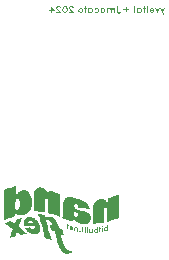
<source format=gbr>
G04 #@! TF.GenerationSoftware,KiCad,Pcbnew,8.0.0-rc2*
G04 #@! TF.CreationDate,2024-03-13T16:32:28-04:00*
G04 #@! TF.ProjectId,nandFlex,6e616e64-466c-4657-982e-6b696361645f,3*
G04 #@! TF.SameCoordinates,Original*
G04 #@! TF.FileFunction,Legend,Bot*
G04 #@! TF.FilePolarity,Positive*
%FSLAX46Y46*%
G04 Gerber Fmt 4.6, Leading zero omitted, Abs format (unit mm)*
G04 Created by KiCad (PCBNEW 8.0.0-rc2) date 2024-03-13 16:32:28*
%MOMM*%
%LPD*%
G01*
G04 APERTURE LIST*
%ADD10C,0.000000*%
%ADD11C,0.090000*%
%ADD12C,0.081250*%
G04 APERTURE END LIST*
D10*
G36*
X225876504Y-86915371D02*
G01*
X225881221Y-86915665D01*
X225885775Y-86916225D01*
X225890057Y-86917053D01*
X225893958Y-86918151D01*
X225895732Y-86918802D01*
X225897369Y-86919521D01*
X225898857Y-86920309D01*
X225900181Y-86921166D01*
X225901327Y-86922093D01*
X225902283Y-86923088D01*
X225902700Y-86923787D01*
X225903099Y-86924860D01*
X225903842Y-86928154D01*
X225904513Y-86933027D01*
X225905113Y-86939531D01*
X225905642Y-86947724D01*
X225906103Y-86957659D01*
X225906822Y-86982977D01*
X225907278Y-87015925D01*
X225907481Y-87056942D01*
X225907438Y-87106470D01*
X225907159Y-87164946D01*
X225905699Y-87399165D01*
X225887128Y-87400949D01*
X225885135Y-87401088D01*
X225883069Y-87401133D01*
X225880947Y-87401089D01*
X225878782Y-87400958D01*
X225876591Y-87400743D01*
X225874387Y-87400449D01*
X225872186Y-87400078D01*
X225870002Y-87399633D01*
X225867852Y-87399118D01*
X225865749Y-87398537D01*
X225863709Y-87397892D01*
X225861747Y-87397187D01*
X225859877Y-87396425D01*
X225858115Y-87395609D01*
X225856475Y-87394743D01*
X225854974Y-87393830D01*
X225841391Y-87384927D01*
X225841391Y-87159035D01*
X225841658Y-87070626D01*
X225842387Y-86996898D01*
X225843467Y-86945555D01*
X225844103Y-86930683D01*
X225844785Y-86924296D01*
X225845305Y-86923269D01*
X225846044Y-86922303D01*
X225846988Y-86921398D01*
X225848124Y-86920555D01*
X225849438Y-86919773D01*
X225850916Y-86919054D01*
X225852545Y-86918397D01*
X225854312Y-86917803D01*
X225858200Y-86916804D01*
X225862473Y-86916059D01*
X225867021Y-86915570D01*
X225871735Y-86915340D01*
X225876504Y-86915371D01*
G37*
G36*
X221355467Y-85033189D02*
G01*
X221352997Y-85061300D01*
X221349937Y-85088241D01*
X221346252Y-85114235D01*
X221341906Y-85139507D01*
X221336865Y-85164279D01*
X221331093Y-85188776D01*
X221324557Y-85213221D01*
X221317219Y-85237836D01*
X221309047Y-85262847D01*
X221290056Y-85314945D01*
X221272821Y-85355803D01*
X221252817Y-85396477D01*
X221230237Y-85436769D01*
X221205269Y-85476480D01*
X221178106Y-85515413D01*
X221148938Y-85553368D01*
X221117957Y-85590148D01*
X221085353Y-85625554D01*
X221051317Y-85659387D01*
X221016040Y-85691449D01*
X220979713Y-85721542D01*
X220942527Y-85749467D01*
X220904673Y-85775025D01*
X220866342Y-85798019D01*
X220827725Y-85818250D01*
X220789012Y-85835519D01*
X220769763Y-85842887D01*
X220748847Y-85850055D01*
X220726470Y-85856985D01*
X220702836Y-85863639D01*
X220652623Y-85875965D01*
X220599851Y-85886732D01*
X220546164Y-85895634D01*
X220493206Y-85902369D01*
X220467513Y-85904829D01*
X220442620Y-85906632D01*
X220418730Y-85907743D01*
X220396050Y-85908121D01*
X220372624Y-85907857D01*
X220349948Y-85907047D01*
X220327915Y-85905664D01*
X220306419Y-85903684D01*
X220285355Y-85901079D01*
X220264615Y-85897824D01*
X220244093Y-85893892D01*
X220223682Y-85889258D01*
X220203277Y-85883896D01*
X220182771Y-85877779D01*
X220162057Y-85870881D01*
X220141029Y-85863176D01*
X220119581Y-85854638D01*
X220097606Y-85845242D01*
X220074998Y-85834960D01*
X220051650Y-85823767D01*
X220031858Y-85814240D01*
X220013275Y-85805649D01*
X219996316Y-85798159D01*
X219981398Y-85791938D01*
X219968935Y-85787153D01*
X219959342Y-85783971D01*
X219955752Y-85783034D01*
X219953036Y-85782559D01*
X219951244Y-85782569D01*
X219950711Y-85782762D01*
X219950430Y-85783084D01*
X219945061Y-85795198D01*
X219932657Y-85822617D01*
X219894135Y-85907092D01*
X219840837Y-86023589D01*
X219427070Y-86165750D01*
X219265735Y-86220567D01*
X219132320Y-86264733D01*
X219040687Y-86293742D01*
X219014869Y-86301154D01*
X219004694Y-86303086D01*
X219001776Y-86232226D01*
X218999861Y-86043415D01*
X218998896Y-85431441D01*
X219000190Y-85071707D01*
X219935604Y-85071707D01*
X219935996Y-85111792D01*
X219937298Y-85150885D01*
X219939513Y-85188486D01*
X219942639Y-85224092D01*
X219946679Y-85257203D01*
X219951633Y-85287319D01*
X219957501Y-85313937D01*
X219964285Y-85336557D01*
X219969326Y-85349960D01*
X219974723Y-85362739D01*
X219980458Y-85374887D01*
X219986511Y-85386398D01*
X219992865Y-85397264D01*
X219999500Y-85407480D01*
X220006397Y-85417038D01*
X220013537Y-85425933D01*
X220020902Y-85434157D01*
X220028472Y-85441703D01*
X220036229Y-85448566D01*
X220044154Y-85454738D01*
X220052228Y-85460212D01*
X220060432Y-85464983D01*
X220068747Y-85469043D01*
X220077155Y-85472386D01*
X220085637Y-85475005D01*
X220094173Y-85476893D01*
X220102745Y-85478044D01*
X220111333Y-85478452D01*
X220119920Y-85478108D01*
X220128486Y-85477008D01*
X220137013Y-85475143D01*
X220145481Y-85472508D01*
X220153871Y-85469096D01*
X220162165Y-85464901D01*
X220170345Y-85459914D01*
X220178390Y-85454131D01*
X220186282Y-85447543D01*
X220194003Y-85440146D01*
X220201533Y-85431931D01*
X220208853Y-85422892D01*
X220217761Y-85410700D01*
X220226604Y-85397596D01*
X220235343Y-85383665D01*
X220243944Y-85368988D01*
X220252368Y-85353648D01*
X220260580Y-85337730D01*
X220268543Y-85321314D01*
X220276220Y-85304484D01*
X220283575Y-85287322D01*
X220290571Y-85269913D01*
X220297171Y-85252337D01*
X220303339Y-85234679D01*
X220309038Y-85217020D01*
X220314231Y-85199444D01*
X220318883Y-85182034D01*
X220322955Y-85164872D01*
X220327054Y-85143386D01*
X220330464Y-85119277D01*
X220333194Y-85092922D01*
X220335254Y-85064695D01*
X220336655Y-85034974D01*
X220337405Y-85004133D01*
X220336994Y-84940598D01*
X220334101Y-84877098D01*
X220331747Y-84846301D01*
X220328802Y-84816640D01*
X220325276Y-84788491D01*
X220321177Y-84762231D01*
X220316517Y-84738235D01*
X220311304Y-84716879D01*
X220306490Y-84700417D01*
X220301074Y-84683709D01*
X220295129Y-84666897D01*
X220288728Y-84650127D01*
X220281945Y-84633541D01*
X220274853Y-84617283D01*
X220267524Y-84601497D01*
X220260032Y-84586325D01*
X220252451Y-84571913D01*
X220244853Y-84558402D01*
X220237311Y-84545938D01*
X220229899Y-84534663D01*
X220222689Y-84524722D01*
X220215756Y-84516257D01*
X220209172Y-84509412D01*
X220206033Y-84506643D01*
X220203010Y-84504332D01*
X220196203Y-84499882D01*
X220189460Y-84496125D01*
X220186108Y-84494507D01*
X220182765Y-84493062D01*
X220179430Y-84491792D01*
X220176101Y-84490696D01*
X220172774Y-84489774D01*
X220169449Y-84489028D01*
X220166123Y-84488456D01*
X220162794Y-84488060D01*
X220159459Y-84487840D01*
X220156117Y-84487795D01*
X220152766Y-84487927D01*
X220149402Y-84488234D01*
X220146025Y-84488719D01*
X220142632Y-84489380D01*
X220139220Y-84490218D01*
X220135789Y-84491234D01*
X220132335Y-84492428D01*
X220128856Y-84493799D01*
X220125350Y-84495348D01*
X220121816Y-84497076D01*
X220114652Y-84501067D01*
X220107347Y-84505775D01*
X220099883Y-84511201D01*
X220092243Y-84517348D01*
X220084268Y-84524861D01*
X220075963Y-84534201D01*
X220067401Y-84545222D01*
X220058653Y-84557779D01*
X220049790Y-84571728D01*
X220040885Y-84586922D01*
X220032007Y-84603217D01*
X220023229Y-84620468D01*
X220014623Y-84638529D01*
X220006259Y-84657255D01*
X219998209Y-84676500D01*
X219990544Y-84696121D01*
X219983337Y-84715971D01*
X219976657Y-84735905D01*
X219970578Y-84755779D01*
X219965170Y-84775447D01*
X219958302Y-84805428D01*
X219952339Y-84838427D01*
X219947282Y-84873941D01*
X219943131Y-84911469D01*
X219939887Y-84950511D01*
X219937550Y-84990565D01*
X219936123Y-85031131D01*
X219935604Y-85071707D01*
X219000190Y-85071707D01*
X219001505Y-84706172D01*
X219007393Y-84106613D01*
X219013302Y-83743276D01*
X219181181Y-83684070D01*
X219321619Y-83636204D01*
X219522395Y-83569763D01*
X219746325Y-83496940D01*
X219956227Y-83429922D01*
X219981409Y-83421987D01*
X219984072Y-83649386D01*
X219986199Y-83864771D01*
X219986066Y-83995434D01*
X219985035Y-84037186D01*
X219983300Y-84067586D01*
X219980812Y-84089912D01*
X219977525Y-84107441D01*
X219976215Y-84113390D01*
X219975131Y-84118792D01*
X219974280Y-84123678D01*
X219973668Y-84128081D01*
X219973304Y-84132035D01*
X219973192Y-84135572D01*
X219973341Y-84138725D01*
X219973758Y-84141526D01*
X219974068Y-84142805D01*
X219974448Y-84144009D01*
X219974899Y-84145141D01*
X219975420Y-84146206D01*
X219976014Y-84147208D01*
X219976680Y-84148151D01*
X219977420Y-84149039D01*
X219978235Y-84149876D01*
X219980092Y-84151413D01*
X219982257Y-84152796D01*
X219984738Y-84154058D01*
X219987542Y-84155231D01*
X219988838Y-84155662D01*
X219990189Y-84155981D01*
X219991597Y-84156187D01*
X219993062Y-84156279D01*
X219994587Y-84156255D01*
X219996173Y-84156116D01*
X219997821Y-84155860D01*
X219999534Y-84155486D01*
X220001312Y-84154993D01*
X220003158Y-84154381D01*
X220005073Y-84153647D01*
X220007059Y-84152792D01*
X220009117Y-84151814D01*
X220011248Y-84150712D01*
X220015739Y-84148134D01*
X220020543Y-84145049D01*
X220025675Y-84141450D01*
X220031146Y-84137329D01*
X220036969Y-84132679D01*
X220043158Y-84127491D01*
X220049723Y-84121758D01*
X220056680Y-84115473D01*
X220064039Y-84108627D01*
X220100140Y-84075677D01*
X220139029Y-84042119D01*
X220179526Y-84008856D01*
X220220453Y-83976788D01*
X220260631Y-83946818D01*
X220298880Y-83919847D01*
X220334023Y-83896777D01*
X220350061Y-83886986D01*
X220364880Y-83878509D01*
X220381154Y-83869760D01*
X220397091Y-83861611D01*
X220412786Y-83854031D01*
X220428334Y-83846991D01*
X220443827Y-83840462D01*
X220459361Y-83834415D01*
X220475030Y-83828820D01*
X220490927Y-83823649D01*
X220507147Y-83818873D01*
X220523785Y-83814462D01*
X220540933Y-83810387D01*
X220558687Y-83806619D01*
X220577140Y-83803128D01*
X220596387Y-83799886D01*
X220616523Y-83796864D01*
X220637640Y-83794031D01*
X220685436Y-83789542D01*
X220708570Y-83788595D01*
X220731214Y-83788526D01*
X220753380Y-83789344D01*
X220775083Y-83791057D01*
X220796335Y-83793673D01*
X220817150Y-83797203D01*
X220837541Y-83801655D01*
X220857522Y-83807038D01*
X220877107Y-83813361D01*
X220896308Y-83820632D01*
X220915140Y-83828860D01*
X220933616Y-83838055D01*
X220951749Y-83848226D01*
X220969553Y-83859380D01*
X220987041Y-83871528D01*
X221004227Y-83884677D01*
X221021124Y-83898838D01*
X221037745Y-83914018D01*
X221054105Y-83930227D01*
X221070216Y-83947473D01*
X221101748Y-83985114D01*
X221132447Y-84027012D01*
X221162423Y-84073238D01*
X221191782Y-84123863D01*
X221220632Y-84178958D01*
X221238074Y-84215350D01*
X221254261Y-84252169D01*
X221269213Y-84289511D01*
X221282949Y-84327477D01*
X221295489Y-84366162D01*
X221306853Y-84405666D01*
X221317061Y-84446086D01*
X221326133Y-84487521D01*
X221334089Y-84530068D01*
X221340948Y-84573824D01*
X221346730Y-84618889D01*
X221351456Y-84665360D01*
X221355144Y-84713336D01*
X221357815Y-84762913D01*
X221359489Y-84814190D01*
X221360185Y-84867266D01*
X221359684Y-84939603D01*
X221357381Y-85003685D01*
X221357352Y-85004133D01*
X221355467Y-85033189D01*
G37*
G36*
X226298276Y-85907113D02*
G01*
X226307302Y-85933259D01*
X226315176Y-85960609D01*
X226321922Y-85989197D01*
X226327501Y-86018721D01*
X226331694Y-86048010D01*
X226334522Y-86077031D01*
X226336003Y-86105751D01*
X226336157Y-86134140D01*
X226335004Y-86162165D01*
X226332564Y-86189795D01*
X226328855Y-86216997D01*
X226323898Y-86243739D01*
X226317712Y-86269990D01*
X226310318Y-86295718D01*
X226301733Y-86320890D01*
X226291979Y-86345475D01*
X226281075Y-86369441D01*
X226269040Y-86392755D01*
X226255894Y-86415387D01*
X226241657Y-86437304D01*
X226226348Y-86458473D01*
X226209987Y-86478864D01*
X226192594Y-86498445D01*
X226174187Y-86517182D01*
X226154788Y-86535045D01*
X226134414Y-86552001D01*
X226113087Y-86568019D01*
X226090826Y-86583067D01*
X226067649Y-86597112D01*
X226043578Y-86610123D01*
X226018631Y-86622068D01*
X225992828Y-86632914D01*
X225966190Y-86642631D01*
X225938734Y-86651185D01*
X225910481Y-86658546D01*
X225869183Y-86666916D01*
X225827515Y-86672619D01*
X225785431Y-86675644D01*
X225742885Y-86675978D01*
X225699833Y-86673609D01*
X225656228Y-86668526D01*
X225612026Y-86660716D01*
X225567179Y-86650167D01*
X225521644Y-86636868D01*
X225475374Y-86620805D01*
X225428323Y-86601968D01*
X225380446Y-86580344D01*
X225331698Y-86555922D01*
X225282032Y-86528689D01*
X225231404Y-86498632D01*
X225179767Y-86465741D01*
X225133455Y-86434716D01*
X225113187Y-86420630D01*
X225094648Y-86407317D01*
X225077695Y-86394645D01*
X225062182Y-86382480D01*
X225047962Y-86370690D01*
X225034891Y-86359140D01*
X225022823Y-86347698D01*
X225011612Y-86336231D01*
X225001113Y-86324605D01*
X224991181Y-86312688D01*
X224981669Y-86300346D01*
X224972433Y-86287446D01*
X224963326Y-86273855D01*
X224954203Y-86259439D01*
X224913107Y-86192869D01*
X224888428Y-86258544D01*
X224875058Y-86292815D01*
X224862013Y-86323747D01*
X224849499Y-86350960D01*
X224837724Y-86374070D01*
X224832178Y-86383968D01*
X224826894Y-86392697D01*
X224821898Y-86400210D01*
X224817215Y-86406460D01*
X224812872Y-86411397D01*
X224808894Y-86414975D01*
X224805307Y-86417146D01*
X224803669Y-86417689D01*
X224802138Y-86417862D01*
X224800462Y-86417767D01*
X224798298Y-86417512D01*
X224792641Y-86416556D01*
X224785441Y-86415061D01*
X224776968Y-86413091D01*
X224767495Y-86410713D01*
X224757293Y-86407993D01*
X224746635Y-86404997D01*
X224735792Y-86401790D01*
X224346309Y-86268893D01*
X223935833Y-86126008D01*
X223911490Y-86116998D01*
X223932587Y-86061497D01*
X223938858Y-86043635D01*
X223944568Y-86024404D01*
X223949734Y-86003548D01*
X223954377Y-85980815D01*
X223958514Y-85955950D01*
X223962164Y-85928698D01*
X223965345Y-85898805D01*
X223968077Y-85866017D01*
X223970377Y-85830079D01*
X223972265Y-85790738D01*
X223973642Y-85751114D01*
X224930037Y-85751114D01*
X224930678Y-85792573D01*
X224932321Y-85830988D01*
X224934961Y-85864169D01*
X224936653Y-85878111D01*
X224938591Y-85889924D01*
X224941100Y-85900814D01*
X224944372Y-85911487D01*
X224948387Y-85921924D01*
X224953131Y-85932106D01*
X224958585Y-85942015D01*
X224964733Y-85951631D01*
X224971559Y-85960936D01*
X224979045Y-85969911D01*
X224987176Y-85978536D01*
X224995933Y-85986793D01*
X225005301Y-85994664D01*
X225015262Y-86002129D01*
X225025800Y-86009169D01*
X225036898Y-86015765D01*
X225048539Y-86021899D01*
X225060707Y-86027552D01*
X225074147Y-86033156D01*
X225086772Y-86037896D01*
X225098649Y-86041764D01*
X225104327Y-86043369D01*
X225109843Y-86044753D01*
X225115204Y-86045916D01*
X225120418Y-86046855D01*
X225125495Y-86047570D01*
X225130441Y-86048061D01*
X225135266Y-86048326D01*
X225139978Y-86048364D01*
X225144584Y-86048175D01*
X225149093Y-86047756D01*
X225153512Y-86047108D01*
X225157851Y-86046230D01*
X225162118Y-86045119D01*
X225166320Y-86043776D01*
X225170466Y-86042199D01*
X225174563Y-86040388D01*
X225178621Y-86038341D01*
X225182647Y-86036057D01*
X225186650Y-86033536D01*
X225190637Y-86030776D01*
X225194617Y-86027777D01*
X225198598Y-86024537D01*
X225202589Y-86021056D01*
X225206597Y-86017332D01*
X225214697Y-86009153D01*
X225222239Y-86000734D01*
X225229115Y-85992167D01*
X225235331Y-85983426D01*
X225240893Y-85974485D01*
X225245809Y-85965319D01*
X225250086Y-85955903D01*
X225253729Y-85946213D01*
X225256747Y-85936221D01*
X225259145Y-85925904D01*
X225260930Y-85915236D01*
X225262109Y-85904192D01*
X225262689Y-85892747D01*
X225262677Y-85880875D01*
X225262079Y-85868551D01*
X225260901Y-85855751D01*
X225259152Y-85842447D01*
X225256539Y-85828211D01*
X225253001Y-85814437D01*
X225248463Y-85801042D01*
X225242855Y-85787945D01*
X225236102Y-85775062D01*
X225228132Y-85762313D01*
X225218872Y-85749615D01*
X225208249Y-85736886D01*
X225196191Y-85724044D01*
X225182625Y-85711006D01*
X225167477Y-85697691D01*
X225150676Y-85684017D01*
X225132147Y-85669901D01*
X225111820Y-85655261D01*
X225089620Y-85640015D01*
X225065474Y-85624081D01*
X224945060Y-85545983D01*
X224937651Y-85598664D01*
X224935799Y-85613673D01*
X224934207Y-85630387D01*
X224931795Y-85667830D01*
X224930407Y-85708803D01*
X224930037Y-85751114D01*
X223973642Y-85751114D01*
X223973759Y-85747738D01*
X223974877Y-85700827D01*
X223976061Y-85594249D01*
X223975967Y-85468971D01*
X223976089Y-85322052D01*
X223978172Y-85194568D01*
X223982418Y-85084263D01*
X223989025Y-84988880D01*
X223998194Y-84906165D01*
X224010123Y-84833860D01*
X224025013Y-84769712D01*
X224043063Y-84711463D01*
X224054559Y-84681123D01*
X224067236Y-84652131D01*
X224081080Y-84624504D01*
X224096075Y-84598256D01*
X224112205Y-84573403D01*
X224129455Y-84549961D01*
X224147809Y-84527945D01*
X224167252Y-84507370D01*
X224187768Y-84488252D01*
X224209342Y-84470605D01*
X224231957Y-84454447D01*
X224255599Y-84439792D01*
X224280252Y-84426655D01*
X224305901Y-84415052D01*
X224332529Y-84404998D01*
X224360122Y-84396509D01*
X224374942Y-84392968D01*
X224392435Y-84389683D01*
X224412232Y-84386672D01*
X224433962Y-84383952D01*
X224481748Y-84379453D01*
X224532836Y-84376323D01*
X224584273Y-84374699D01*
X224633104Y-84374718D01*
X224676372Y-84376518D01*
X224694998Y-84378129D01*
X224711125Y-84380236D01*
X224723364Y-84382311D01*
X224736284Y-84384711D01*
X224749495Y-84387349D01*
X224762606Y-84390141D01*
X224775229Y-84392999D01*
X224786971Y-84395839D01*
X224797444Y-84398575D01*
X224806257Y-84401120D01*
X224815491Y-84403739D01*
X224827171Y-84406687D01*
X224840822Y-84409863D01*
X224855970Y-84413167D01*
X224872139Y-84416497D01*
X224888855Y-84419753D01*
X224905642Y-84422835D01*
X224922026Y-84425641D01*
X224952307Y-84430813D01*
X224980721Y-84436218D01*
X225009784Y-84442488D01*
X225042009Y-84450258D01*
X225079912Y-84460163D01*
X225126009Y-84472836D01*
X225182813Y-84488911D01*
X225252840Y-84509022D01*
X225321886Y-84529303D01*
X225383062Y-84548157D01*
X225438335Y-84566306D01*
X225489671Y-84584476D01*
X225539034Y-84603389D01*
X225588393Y-84623770D01*
X225639712Y-84646343D01*
X225694957Y-84671832D01*
X225746647Y-84696764D01*
X225794577Y-84721274D01*
X225838945Y-84745542D01*
X225879948Y-84769753D01*
X225917782Y-84794088D01*
X225952645Y-84818730D01*
X225984734Y-84843862D01*
X226014246Y-84869667D01*
X226041379Y-84896327D01*
X226066328Y-84924025D01*
X226089292Y-84952943D01*
X226110468Y-84983264D01*
X226130052Y-85015170D01*
X226148241Y-85048846D01*
X226165234Y-85084472D01*
X226181227Y-85122231D01*
X226187412Y-85138405D01*
X226193521Y-85155742D01*
X226205257Y-85192766D01*
X226215920Y-85231025D01*
X226224996Y-85268238D01*
X226231970Y-85302128D01*
X226236328Y-85330416D01*
X226237365Y-85341747D01*
X226237556Y-85350822D01*
X226236835Y-85357358D01*
X226236113Y-85359584D01*
X226235139Y-85361069D01*
X226194205Y-85359438D01*
X226091180Y-85349832D01*
X225779978Y-85315973D01*
X225463784Y-85278056D01*
X225354519Y-85263377D01*
X225304849Y-85254644D01*
X225302788Y-85253831D01*
X225300825Y-85252990D01*
X225298957Y-85252114D01*
X225297180Y-85251195D01*
X225295491Y-85250226D01*
X225293886Y-85249198D01*
X225292363Y-85248104D01*
X225290917Y-85246936D01*
X225289545Y-85245685D01*
X225288244Y-85244345D01*
X225287010Y-85242907D01*
X225285840Y-85241364D01*
X225284730Y-85239707D01*
X225283678Y-85237930D01*
X225282679Y-85236023D01*
X225281730Y-85233980D01*
X225280829Y-85231791D01*
X225279970Y-85229451D01*
X225279152Y-85226950D01*
X225278370Y-85224281D01*
X225277621Y-85221436D01*
X225276902Y-85218407D01*
X225276209Y-85215187D01*
X225275539Y-85211767D01*
X225274253Y-85204298D01*
X225273018Y-85195937D01*
X225271806Y-85186621D01*
X225270590Y-85176289D01*
X225267559Y-85152690D01*
X225263949Y-85130439D01*
X225259744Y-85109507D01*
X225254930Y-85089867D01*
X225249491Y-85071491D01*
X225243413Y-85054351D01*
X225236679Y-85038418D01*
X225229275Y-85023666D01*
X225221185Y-85010067D01*
X225212394Y-84997592D01*
X225202887Y-84986213D01*
X225192649Y-84975903D01*
X225181664Y-84966634D01*
X225169917Y-84958378D01*
X225157392Y-84951107D01*
X225144076Y-84944793D01*
X225134447Y-84940972D01*
X225124880Y-84937734D01*
X225115387Y-84935077D01*
X225105982Y-84933002D01*
X225096678Y-84931507D01*
X225087488Y-84930593D01*
X225078426Y-84930257D01*
X225069504Y-84930499D01*
X225060735Y-84931318D01*
X225052134Y-84932714D01*
X225043713Y-84934686D01*
X225035485Y-84937233D01*
X225027463Y-84940354D01*
X225019661Y-84944048D01*
X225012092Y-84948315D01*
X225004769Y-84953154D01*
X225000797Y-84956060D01*
X224997004Y-84959000D01*
X224993384Y-84961985D01*
X224989937Y-84965023D01*
X224986657Y-84968125D01*
X224983541Y-84971299D01*
X224980587Y-84974555D01*
X224977791Y-84977903D01*
X224975149Y-84981351D01*
X224972658Y-84984910D01*
X224970315Y-84988590D01*
X224968117Y-84992398D01*
X224966060Y-84996346D01*
X224964141Y-85000442D01*
X224962356Y-85004695D01*
X224960702Y-85009117D01*
X224959176Y-85013715D01*
X224957774Y-85018499D01*
X224956494Y-85023480D01*
X224955331Y-85028665D01*
X224954283Y-85034066D01*
X224953345Y-85039690D01*
X224952516Y-85045549D01*
X224951791Y-85051650D01*
X224950640Y-85064621D01*
X224949867Y-85078678D01*
X224949445Y-85093898D01*
X224949346Y-85110357D01*
X224949831Y-85131485D01*
X224951168Y-85151515D01*
X224953392Y-85170508D01*
X224956537Y-85188528D01*
X224960634Y-85205638D01*
X224965720Y-85221899D01*
X224971825Y-85237376D01*
X224978985Y-85252130D01*
X224987233Y-85266225D01*
X224996602Y-85279723D01*
X225007126Y-85292687D01*
X225018839Y-85305179D01*
X225031774Y-85317263D01*
X225045964Y-85329001D01*
X225061443Y-85340455D01*
X225078244Y-85351690D01*
X225090174Y-85358695D01*
X225105221Y-85366552D01*
X225143122Y-85384233D01*
X225188846Y-85403557D01*
X225239294Y-85423348D01*
X225291366Y-85442430D01*
X225341960Y-85459628D01*
X225387976Y-85473765D01*
X225408300Y-85479318D01*
X225426316Y-85483666D01*
X225522726Y-85505796D01*
X225621493Y-85529973D01*
X225719063Y-85555201D01*
X225811880Y-85580486D01*
X225896389Y-85604833D01*
X225969035Y-85627246D01*
X226026262Y-85646730D01*
X226064517Y-85662290D01*
X226090832Y-85675690D01*
X226115665Y-85689878D01*
X226139042Y-85704885D01*
X226160988Y-85720745D01*
X226181528Y-85737488D01*
X226200688Y-85755147D01*
X226218492Y-85773755D01*
X226234967Y-85793343D01*
X226250137Y-85813943D01*
X226264027Y-85835589D01*
X226276664Y-85858311D01*
X226288071Y-85882141D01*
X226292405Y-85892747D01*
X226298276Y-85907113D01*
G37*
G36*
X227776399Y-87053259D02*
G01*
X227774966Y-87128828D01*
X227772582Y-87183927D01*
X227771032Y-87200531D01*
X227769245Y-87208094D01*
X227768858Y-87208590D01*
X227768421Y-87209088D01*
X227767404Y-87210089D01*
X227766209Y-87211090D01*
X227764852Y-87212085D01*
X227763345Y-87213067D01*
X227761703Y-87214030D01*
X227759942Y-87214967D01*
X227758074Y-87215870D01*
X227756116Y-87216734D01*
X227754080Y-87217552D01*
X227751982Y-87218317D01*
X227749836Y-87219022D01*
X227747657Y-87219661D01*
X227745458Y-87220227D01*
X227743255Y-87220713D01*
X227741061Y-87221113D01*
X227738059Y-87221571D01*
X227735289Y-87221929D01*
X227732736Y-87222182D01*
X227730385Y-87222327D01*
X227728221Y-87222361D01*
X227726230Y-87222279D01*
X227724394Y-87222079D01*
X227722701Y-87221757D01*
X227721134Y-87221310D01*
X227719678Y-87220733D01*
X227718318Y-87220023D01*
X227717040Y-87219177D01*
X227715828Y-87218191D01*
X227714666Y-87217061D01*
X227713540Y-87215785D01*
X227712435Y-87214358D01*
X227711171Y-87212670D01*
X227710574Y-87211918D01*
X227709995Y-87211229D01*
X227709429Y-87210604D01*
X227708871Y-87210044D01*
X227708316Y-87209550D01*
X227707760Y-87209125D01*
X227707198Y-87208769D01*
X227706625Y-87208483D01*
X227706037Y-87208268D01*
X227705429Y-87208126D01*
X227705116Y-87208083D01*
X227704796Y-87208059D01*
X227704134Y-87208066D01*
X227703438Y-87208151D01*
X227702703Y-87208313D01*
X227701924Y-87208554D01*
X227701097Y-87208875D01*
X227700218Y-87209278D01*
X227699280Y-87209763D01*
X227698281Y-87210333D01*
X227697214Y-87210988D01*
X227696076Y-87211729D01*
X227694862Y-87212558D01*
X227693566Y-87213477D01*
X227692185Y-87214485D01*
X227689147Y-87216777D01*
X227685709Y-87219446D01*
X227681835Y-87222500D01*
X227674698Y-87227754D01*
X227667105Y-87232595D01*
X227659115Y-87237011D01*
X227650788Y-87240990D01*
X227642185Y-87244519D01*
X227633364Y-87247586D01*
X227624387Y-87250179D01*
X227615312Y-87252286D01*
X227606201Y-87253894D01*
X227597112Y-87254992D01*
X227588106Y-87255566D01*
X227579242Y-87255605D01*
X227570581Y-87255097D01*
X227562183Y-87254028D01*
X227554106Y-87252388D01*
X227546412Y-87250164D01*
X227539662Y-87247671D01*
X227533126Y-87244812D01*
X227526812Y-87241597D01*
X227520730Y-87238034D01*
X227514889Y-87234134D01*
X227509299Y-87229906D01*
X227503969Y-87225359D01*
X227498908Y-87220503D01*
X227494125Y-87215347D01*
X227489630Y-87209901D01*
X227485432Y-87204175D01*
X227481540Y-87198177D01*
X227477964Y-87191917D01*
X227474714Y-87185405D01*
X227471797Y-87178650D01*
X227469224Y-87171662D01*
X227466617Y-87163611D01*
X227464359Y-87155895D01*
X227462449Y-87148463D01*
X227460889Y-87141265D01*
X227459678Y-87134252D01*
X227458817Y-87127372D01*
X227458305Y-87120577D01*
X227458142Y-87113816D01*
X227458329Y-87107039D01*
X227458584Y-87103780D01*
X227525062Y-87103780D01*
X227525172Y-87107061D01*
X227525493Y-87110359D01*
X227526024Y-87113755D01*
X227526766Y-87117329D01*
X227527718Y-87121161D01*
X227528880Y-87125331D01*
X227531839Y-87135006D01*
X227532865Y-87138145D01*
X227533962Y-87141282D01*
X227535120Y-87144398D01*
X227536329Y-87147473D01*
X227537578Y-87150486D01*
X227538859Y-87153418D01*
X227540160Y-87156249D01*
X227541473Y-87158959D01*
X227542787Y-87161528D01*
X227544093Y-87163935D01*
X227545379Y-87166162D01*
X227546638Y-87168188D01*
X227547858Y-87169992D01*
X227549029Y-87171556D01*
X227550142Y-87172860D01*
X227551187Y-87173882D01*
X227553759Y-87175966D01*
X227556464Y-87177868D01*
X227559299Y-87179590D01*
X227562259Y-87181131D01*
X227565339Y-87182494D01*
X227568533Y-87183677D01*
X227571838Y-87184684D01*
X227575249Y-87185513D01*
X227582368Y-87186644D01*
X227589852Y-87187076D01*
X227597664Y-87186815D01*
X227605764Y-87185867D01*
X227614115Y-87184238D01*
X227622679Y-87181934D01*
X227631418Y-87178961D01*
X227640294Y-87175325D01*
X227649268Y-87171032D01*
X227658302Y-87166088D01*
X227667359Y-87160499D01*
X227676400Y-87154271D01*
X227708823Y-87130745D01*
X227708985Y-87060050D01*
X227709147Y-86989355D01*
X227676992Y-86980978D01*
X227670363Y-86979334D01*
X227663847Y-86977876D01*
X227657610Y-86976630D01*
X227651820Y-86975624D01*
X227646643Y-86974883D01*
X227644336Y-86974620D01*
X227642244Y-86974434D01*
X227640389Y-86974327D01*
X227638791Y-86974304D01*
X227637471Y-86974366D01*
X227636450Y-86974519D01*
X227624500Y-86977308D01*
X227619322Y-86978575D01*
X227614613Y-86979780D01*
X227610327Y-86980937D01*
X227606417Y-86982066D01*
X227602835Y-86983180D01*
X227599537Y-86984299D01*
X227596473Y-86985437D01*
X227593599Y-86986611D01*
X227590867Y-86987838D01*
X227588230Y-86989135D01*
X227585642Y-86990518D01*
X227583057Y-86992004D01*
X227580427Y-86993609D01*
X227577705Y-86995349D01*
X227573202Y-86998407D01*
X227569013Y-87001512D01*
X227565119Y-87004696D01*
X227561498Y-87007994D01*
X227558129Y-87011438D01*
X227554992Y-87015062D01*
X227552064Y-87018899D01*
X227549327Y-87022983D01*
X227546757Y-87027346D01*
X227544335Y-87032023D01*
X227542040Y-87037047D01*
X227539850Y-87042451D01*
X227537745Y-87048268D01*
X227535703Y-87054532D01*
X227533704Y-87061275D01*
X227531727Y-87068533D01*
X227528804Y-87079968D01*
X227527657Y-87084829D01*
X227526719Y-87089226D01*
X227525990Y-87093240D01*
X227525471Y-87096950D01*
X227525161Y-87100437D01*
X227525062Y-87103780D01*
X227458584Y-87103780D01*
X227458865Y-87100195D01*
X227459752Y-87093236D01*
X227460987Y-87086109D01*
X227462573Y-87078767D01*
X227464509Y-87071157D01*
X227466795Y-87063231D01*
X227469431Y-87054938D01*
X227474390Y-87041468D01*
X227480207Y-87028347D01*
X227486829Y-87015627D01*
X227494201Y-87003359D01*
X227502271Y-86991594D01*
X227510985Y-86980383D01*
X227520288Y-86969778D01*
X227530128Y-86959829D01*
X227540450Y-86950588D01*
X227551201Y-86942105D01*
X227562327Y-86934432D01*
X227573775Y-86927620D01*
X227585491Y-86921720D01*
X227597421Y-86916783D01*
X227609512Y-86912860D01*
X227615600Y-86911295D01*
X227621709Y-86910003D01*
X227631002Y-86908380D01*
X227639413Y-86907200D01*
X227643331Y-86906776D01*
X227647080Y-86906462D01*
X227650676Y-86906258D01*
X227654137Y-86906165D01*
X227657480Y-86906180D01*
X227660721Y-86906305D01*
X227663878Y-86906540D01*
X227666968Y-86906883D01*
X227670008Y-86907335D01*
X227673014Y-86907896D01*
X227676004Y-86908566D01*
X227678994Y-86909343D01*
X227687775Y-86911693D01*
X227695597Y-86913621D01*
X227698882Y-86914364D01*
X227701608Y-86914928D01*
X227703667Y-86915287D01*
X227704953Y-86915416D01*
X227705168Y-86915312D01*
X227705380Y-86914999D01*
X227705795Y-86913770D01*
X227706195Y-86911770D01*
X227706580Y-86909040D01*
X227706947Y-86905623D01*
X227707292Y-86901559D01*
X227707914Y-86891657D01*
X227708427Y-86879668D01*
X227708816Y-86865923D01*
X227709061Y-86850754D01*
X227709147Y-86834493D01*
X227709191Y-86808644D01*
X227709412Y-86788844D01*
X227709939Y-86774170D01*
X227710358Y-86768467D01*
X227710902Y-86763700D01*
X227711588Y-86759752D01*
X227712433Y-86756510D01*
X227713451Y-86753857D01*
X227714660Y-86751678D01*
X227716076Y-86749859D01*
X227717716Y-86748283D01*
X227721729Y-86745400D01*
X227724637Y-86743628D01*
X227727697Y-86741969D01*
X227730877Y-86740430D01*
X227734147Y-86739018D01*
X227737476Y-86737739D01*
X227740833Y-86736601D01*
X227744189Y-86735610D01*
X227747513Y-86734774D01*
X227750773Y-86734100D01*
X227753940Y-86733594D01*
X227756983Y-86733264D01*
X227759870Y-86733117D01*
X227762573Y-86733160D01*
X227765059Y-86733399D01*
X227767299Y-86733842D01*
X227769262Y-86734495D01*
X227771049Y-86740365D01*
X227772597Y-86755501D01*
X227774978Y-86808342D01*
X227776405Y-86882555D01*
X227776878Y-86967682D01*
X227776757Y-86989355D01*
X227776399Y-87053259D01*
G37*
G36*
X225420212Y-87218183D02*
G01*
X225422950Y-87218667D01*
X225427033Y-87219421D01*
X225437021Y-87221325D01*
X225438371Y-87221682D01*
X225439887Y-87222253D01*
X225441550Y-87223026D01*
X225443346Y-87223988D01*
X225445257Y-87225127D01*
X225447267Y-87226430D01*
X225449359Y-87227885D01*
X225451517Y-87229479D01*
X225453725Y-87231200D01*
X225455965Y-87233035D01*
X225458222Y-87234972D01*
X225460479Y-87236997D01*
X225462719Y-87239100D01*
X225464927Y-87241266D01*
X225467084Y-87243484D01*
X225469176Y-87245741D01*
X225473847Y-87251190D01*
X225477915Y-87256529D01*
X225479723Y-87259157D01*
X225481380Y-87261759D01*
X225482886Y-87264334D01*
X225484242Y-87266883D01*
X225485446Y-87269405D01*
X225486500Y-87271902D01*
X225487403Y-87274372D01*
X225488155Y-87276817D01*
X225488757Y-87279237D01*
X225489208Y-87281631D01*
X225489508Y-87284000D01*
X225489657Y-87286345D01*
X225489655Y-87288665D01*
X225489503Y-87290960D01*
X225489200Y-87293231D01*
X225488747Y-87295479D01*
X225488143Y-87297703D01*
X225487388Y-87299903D01*
X225486482Y-87302080D01*
X225485426Y-87304234D01*
X225484219Y-87306364D01*
X225482861Y-87308473D01*
X225481353Y-87310558D01*
X225479694Y-87312622D01*
X225477885Y-87314663D01*
X225475925Y-87316683D01*
X225473814Y-87318681D01*
X225471552Y-87320658D01*
X225469386Y-87322414D01*
X225467225Y-87324031D01*
X225465068Y-87325509D01*
X225462913Y-87326848D01*
X225460760Y-87328047D01*
X225458606Y-87329106D01*
X225456451Y-87330025D01*
X225454293Y-87330804D01*
X225452132Y-87331442D01*
X225449964Y-87331939D01*
X225447790Y-87332294D01*
X225445608Y-87332509D01*
X225443417Y-87332582D01*
X225441215Y-87332513D01*
X225439000Y-87332302D01*
X225436772Y-87331948D01*
X225434530Y-87331452D01*
X225432271Y-87330812D01*
X225429995Y-87330030D01*
X225427701Y-87329104D01*
X225425386Y-87328035D01*
X225423050Y-87326822D01*
X225420691Y-87325464D01*
X225418308Y-87323962D01*
X225415899Y-87322315D01*
X225413464Y-87320524D01*
X225411001Y-87318587D01*
X225408509Y-87316505D01*
X225403430Y-87311903D01*
X225398218Y-87306717D01*
X225393202Y-87301236D01*
X225390939Y-87298541D01*
X225388840Y-87295876D01*
X225386905Y-87293241D01*
X225385133Y-87290635D01*
X225383524Y-87288058D01*
X225382079Y-87285510D01*
X225380798Y-87282990D01*
X225379680Y-87280498D01*
X225378726Y-87278034D01*
X225377935Y-87275597D01*
X225377308Y-87273186D01*
X225376844Y-87270803D01*
X225376544Y-87268446D01*
X225376407Y-87266115D01*
X225376434Y-87263809D01*
X225376624Y-87261528D01*
X225376978Y-87259273D01*
X225377495Y-87257042D01*
X225378175Y-87254836D01*
X225379019Y-87252653D01*
X225380026Y-87250494D01*
X225381197Y-87248358D01*
X225382531Y-87246245D01*
X225384029Y-87244155D01*
X225385690Y-87242087D01*
X225387514Y-87240040D01*
X225389502Y-87238016D01*
X225391653Y-87236012D01*
X225393967Y-87234030D01*
X225396445Y-87232068D01*
X225400396Y-87229140D01*
X225404262Y-87226440D01*
X225407945Y-87224023D01*
X225411348Y-87221946D01*
X225414373Y-87220267D01*
X225415714Y-87219594D01*
X225416924Y-87219042D01*
X225417991Y-87218618D01*
X225418903Y-87218328D01*
X225419647Y-87218181D01*
X225420212Y-87218183D01*
G37*
G36*
X227337435Y-86829202D02*
G01*
X227339498Y-86829468D01*
X227341541Y-86829877D01*
X227343578Y-86830435D01*
X227345622Y-86831144D01*
X227347689Y-86832010D01*
X227349790Y-86833037D01*
X227351940Y-86834228D01*
X227354153Y-86835589D01*
X227356442Y-86837123D01*
X227358820Y-86838835D01*
X227361302Y-86840728D01*
X227363600Y-86842601D01*
X227365746Y-86844503D01*
X227367740Y-86846435D01*
X227369583Y-86848397D01*
X227371274Y-86850388D01*
X227372813Y-86852408D01*
X227374201Y-86854458D01*
X227375437Y-86856537D01*
X227376521Y-86858644D01*
X227377454Y-86860780D01*
X227378235Y-86862945D01*
X227378865Y-86865138D01*
X227379343Y-86867360D01*
X227379669Y-86869609D01*
X227379844Y-86871887D01*
X227379867Y-86874192D01*
X227379738Y-86876525D01*
X227379458Y-86878885D01*
X227379027Y-86881273D01*
X227378443Y-86883688D01*
X227377708Y-86886131D01*
X227376822Y-86888600D01*
X227375784Y-86891096D01*
X227374594Y-86893618D01*
X227373253Y-86896167D01*
X227371760Y-86898742D01*
X227370115Y-86901344D01*
X227368319Y-86903972D01*
X227366372Y-86906625D01*
X227364272Y-86909304D01*
X227362022Y-86912009D01*
X227359619Y-86914739D01*
X227355012Y-86919604D01*
X227350434Y-86923964D01*
X227345887Y-86927820D01*
X227343625Y-86929558D01*
X227341370Y-86931171D01*
X227339123Y-86932657D01*
X227336883Y-86934018D01*
X227334651Y-86935252D01*
X227332427Y-86936360D01*
X227330210Y-86937342D01*
X227328000Y-86938199D01*
X227325798Y-86938929D01*
X227323603Y-86939533D01*
X227321416Y-86940010D01*
X227319237Y-86940362D01*
X227317064Y-86940588D01*
X227314900Y-86940688D01*
X227312742Y-86940661D01*
X227310592Y-86940509D01*
X227308450Y-86940230D01*
X227306315Y-86939826D01*
X227304187Y-86939295D01*
X227302067Y-86938639D01*
X227299954Y-86937856D01*
X227297848Y-86936947D01*
X227295750Y-86935913D01*
X227293660Y-86934752D01*
X227291576Y-86933465D01*
X227289500Y-86932052D01*
X227287865Y-86930844D01*
X227286240Y-86929556D01*
X227284634Y-86928200D01*
X227283058Y-86926788D01*
X227281522Y-86925330D01*
X227280036Y-86923840D01*
X227278609Y-86922327D01*
X227277252Y-86920804D01*
X227275974Y-86919282D01*
X227274786Y-86917772D01*
X227273698Y-86916287D01*
X227272719Y-86914837D01*
X227271859Y-86913434D01*
X227271128Y-86912090D01*
X227270537Y-86910815D01*
X227270096Y-86909623D01*
X227269382Y-86906948D01*
X227268901Y-86904181D01*
X227268646Y-86901331D01*
X227268610Y-86898410D01*
X227268785Y-86895427D01*
X227269163Y-86892393D01*
X227269738Y-86889319D01*
X227270502Y-86886214D01*
X227271447Y-86883090D01*
X227272567Y-86879956D01*
X227273854Y-86876824D01*
X227275300Y-86873704D01*
X227278641Y-86867540D01*
X227282532Y-86861550D01*
X227286913Y-86855815D01*
X227291725Y-86850420D01*
X227296909Y-86845450D01*
X227299623Y-86843149D01*
X227302407Y-86840986D01*
X227305255Y-86838971D01*
X227308160Y-86837114D01*
X227311113Y-86835425D01*
X227314107Y-86833916D01*
X227317136Y-86832596D01*
X227320191Y-86831477D01*
X227323265Y-86830567D01*
X227326352Y-86829879D01*
X227328717Y-86829490D01*
X227330994Y-86829224D01*
X227333197Y-86829084D01*
X227335340Y-86829075D01*
X227337435Y-86829202D01*
G37*
G36*
X227127094Y-86870393D02*
G01*
X227130559Y-86870660D01*
X227133713Y-86871188D01*
X227135151Y-86871553D01*
X227136487Y-86871988D01*
X227137709Y-86872493D01*
X227138811Y-86873069D01*
X227139783Y-86873719D01*
X227140616Y-86874443D01*
X227140808Y-86874720D01*
X227140997Y-86875167D01*
X227141366Y-86876548D01*
X227141723Y-86878550D01*
X227142065Y-86881137D01*
X227142698Y-86887921D01*
X227143251Y-86896613D01*
X227143707Y-86906923D01*
X227144052Y-86918564D01*
X227144270Y-86931247D01*
X227144346Y-86944685D01*
X227144346Y-87011203D01*
X227169561Y-87007417D01*
X227174912Y-87006723D01*
X227179864Y-87006308D01*
X227184424Y-87006177D01*
X227188601Y-87006335D01*
X227190547Y-87006523D01*
X227192400Y-87006785D01*
X227194161Y-87007121D01*
X227195830Y-87007533D01*
X227197409Y-87008019D01*
X227198898Y-87008582D01*
X227200299Y-87009221D01*
X227201612Y-87009937D01*
X227202838Y-87010731D01*
X227203979Y-87011602D01*
X227205034Y-87012553D01*
X227206006Y-87013583D01*
X227206894Y-87014692D01*
X227207701Y-87015882D01*
X227208426Y-87017153D01*
X227209071Y-87018506D01*
X227209636Y-87019940D01*
X227210123Y-87021457D01*
X227210533Y-87023057D01*
X227210866Y-87024741D01*
X227211124Y-87026509D01*
X227211306Y-87028362D01*
X227211451Y-87032324D01*
X227211411Y-87034559D01*
X227211291Y-87036733D01*
X227211090Y-87038846D01*
X227210808Y-87040900D01*
X227210446Y-87042893D01*
X227210003Y-87044827D01*
X227209479Y-87046700D01*
X227208873Y-87048514D01*
X227208187Y-87050269D01*
X227207419Y-87051964D01*
X227206569Y-87053600D01*
X227205638Y-87055177D01*
X227204625Y-87056694D01*
X227203530Y-87058153D01*
X227202353Y-87059554D01*
X227201093Y-87060895D01*
X227199752Y-87062179D01*
X227198328Y-87063404D01*
X227196821Y-87064571D01*
X227195232Y-87065679D01*
X227193559Y-87066730D01*
X227191804Y-87067724D01*
X227189966Y-87068659D01*
X227188044Y-87069537D01*
X227186039Y-87070358D01*
X227183950Y-87071122D01*
X227181778Y-87071829D01*
X227179521Y-87072478D01*
X227174757Y-87073607D01*
X227169656Y-87074511D01*
X227144346Y-87078308D01*
X227144346Y-87211975D01*
X227144095Y-87286335D01*
X227143621Y-87310219D01*
X227142774Y-87327065D01*
X227142178Y-87333276D01*
X227141448Y-87338241D01*
X227140572Y-87342130D01*
X227139536Y-87345116D01*
X227138327Y-87347368D01*
X227136932Y-87349058D01*
X227135338Y-87350357D01*
X227133531Y-87351437D01*
X227130196Y-87353004D01*
X227126569Y-87354320D01*
X227122713Y-87355388D01*
X227118692Y-87356212D01*
X227114569Y-87356795D01*
X227110407Y-87357141D01*
X227106271Y-87357254D01*
X227102223Y-87357138D01*
X227098326Y-87356795D01*
X227094645Y-87356230D01*
X227091243Y-87355447D01*
X227088183Y-87354448D01*
X227085529Y-87353239D01*
X227084374Y-87352556D01*
X227083344Y-87351821D01*
X227082448Y-87351036D01*
X227081692Y-87350200D01*
X227081085Y-87349314D01*
X227080636Y-87348378D01*
X227080290Y-87346834D01*
X227079954Y-87344071D01*
X227079317Y-87335162D01*
X227078741Y-87322195D01*
X227078239Y-87305716D01*
X227077824Y-87286269D01*
X227077511Y-87264399D01*
X227077314Y-87240649D01*
X227077247Y-87215566D01*
X227077247Y-87091600D01*
X227049521Y-87093524D01*
X227040887Y-87094052D01*
X227037314Y-87094186D01*
X227034187Y-87094215D01*
X227031470Y-87094123D01*
X227029126Y-87093896D01*
X227027119Y-87093519D01*
X227026231Y-87093269D01*
X227025412Y-87092977D01*
X227024660Y-87092639D01*
X227023969Y-87092255D01*
X227023334Y-87091822D01*
X227022752Y-87091339D01*
X227022217Y-87090804D01*
X227021725Y-87090214D01*
X227021271Y-87089569D01*
X227020851Y-87088866D01*
X227020094Y-87087279D01*
X227019417Y-87085440D01*
X227018783Y-87083332D01*
X227018155Y-87080942D01*
X227017458Y-87077973D01*
X227016879Y-87075100D01*
X227016421Y-87072321D01*
X227016085Y-87069635D01*
X227015873Y-87067040D01*
X227015785Y-87064534D01*
X227015824Y-87062115D01*
X227015990Y-87059782D01*
X227016285Y-87057532D01*
X227016711Y-87055364D01*
X227017268Y-87053276D01*
X227017959Y-87051266D01*
X227018784Y-87049333D01*
X227019744Y-87047475D01*
X227020843Y-87045689D01*
X227022080Y-87043975D01*
X227023457Y-87042330D01*
X227024975Y-87040753D01*
X227026636Y-87039242D01*
X227028442Y-87037795D01*
X227030393Y-87036410D01*
X227032491Y-87035085D01*
X227034738Y-87033819D01*
X227037134Y-87032610D01*
X227039681Y-87031457D01*
X227042382Y-87030356D01*
X227045236Y-87029307D01*
X227048245Y-87028308D01*
X227054735Y-87026453D01*
X227061863Y-87024775D01*
X227077241Y-87021487D01*
X227077241Y-86957284D01*
X227077316Y-86938157D01*
X227077599Y-86922954D01*
X227078173Y-86911100D01*
X227078597Y-86906248D01*
X227079126Y-86902017D01*
X227079771Y-86898336D01*
X227080542Y-86895132D01*
X227081451Y-86892333D01*
X227082507Y-86889867D01*
X227083722Y-86887663D01*
X227085106Y-86885647D01*
X227086671Y-86883749D01*
X227088426Y-86881897D01*
X227089505Y-86880900D01*
X227090707Y-86879940D01*
X227092022Y-86879018D01*
X227093443Y-86878135D01*
X227096566Y-86876493D01*
X227100006Y-86875023D01*
X227103692Y-86873735D01*
X227107556Y-86872640D01*
X227111527Y-86871747D01*
X227115536Y-86871065D01*
X227119513Y-86870606D01*
X227123389Y-86870379D01*
X227127094Y-86870393D01*
G37*
G36*
X226497504Y-87086291D02*
G01*
X226500638Y-87086687D01*
X226503508Y-87087296D01*
X226506061Y-87088124D01*
X226507203Y-87088623D01*
X226508247Y-87089179D01*
X226509052Y-87089690D01*
X226509813Y-87090255D01*
X226510529Y-87090889D01*
X226511203Y-87091610D01*
X226511835Y-87092431D01*
X226512427Y-87093370D01*
X226512979Y-87094442D01*
X226513494Y-87095663D01*
X226513971Y-87097049D01*
X226514414Y-87098615D01*
X226514822Y-87100377D01*
X226515196Y-87102351D01*
X226515539Y-87104553D01*
X226515852Y-87106999D01*
X226516135Y-87109705D01*
X226516389Y-87112685D01*
X226516617Y-87115957D01*
X226516819Y-87119535D01*
X226516997Y-87123437D01*
X226517151Y-87127677D01*
X226517394Y-87137235D01*
X226517558Y-87148337D01*
X226517654Y-87161109D01*
X226517690Y-87175678D01*
X226517677Y-87192170D01*
X226517625Y-87210712D01*
X226517425Y-87245653D01*
X226517035Y-87273587D01*
X226516354Y-87295730D01*
X226515280Y-87313297D01*
X226513713Y-87327503D01*
X226511552Y-87339563D01*
X226508696Y-87350692D01*
X226505042Y-87362106D01*
X226501096Y-87373341D01*
X226499307Y-87378041D01*
X226497573Y-87382214D01*
X226495840Y-87385921D01*
X226494058Y-87389225D01*
X226492175Y-87392188D01*
X226490139Y-87394873D01*
X226489047Y-87396131D01*
X226487897Y-87397342D01*
X226485399Y-87399658D01*
X226482592Y-87401883D01*
X226479424Y-87404080D01*
X226475844Y-87406311D01*
X226471800Y-87408639D01*
X226462112Y-87413833D01*
X226452232Y-87418509D01*
X226442119Y-87422350D01*
X226431822Y-87425362D01*
X226421392Y-87427552D01*
X226410879Y-87428926D01*
X226400333Y-87429492D01*
X226389805Y-87429256D01*
X226379345Y-87428226D01*
X226369003Y-87426407D01*
X226358829Y-87423808D01*
X226348873Y-87420435D01*
X226339187Y-87416294D01*
X226329820Y-87411393D01*
X226320822Y-87405739D01*
X226312244Y-87399338D01*
X226304136Y-87392197D01*
X226288757Y-87377501D01*
X226288673Y-87393925D01*
X226288592Y-87397805D01*
X226288382Y-87401364D01*
X226288030Y-87404619D01*
X226287524Y-87407588D01*
X226287210Y-87408971D01*
X226286852Y-87410289D01*
X226286449Y-87411544D01*
X226286001Y-87412738D01*
X226285504Y-87413875D01*
X226284958Y-87414955D01*
X226284361Y-87415981D01*
X226283711Y-87416955D01*
X226283007Y-87417880D01*
X226282248Y-87418758D01*
X226281431Y-87419590D01*
X226280556Y-87420380D01*
X226279620Y-87421128D01*
X226278622Y-87421838D01*
X226277561Y-87422512D01*
X226276435Y-87423151D01*
X226273981Y-87424336D01*
X226271248Y-87425411D01*
X226268224Y-87426392D01*
X226264896Y-87427299D01*
X226262975Y-87427731D01*
X226261068Y-87428063D01*
X226259174Y-87428293D01*
X226257292Y-87428421D01*
X226255423Y-87428448D01*
X226253565Y-87428373D01*
X226251720Y-87428196D01*
X226249886Y-87427918D01*
X226248063Y-87427538D01*
X226246251Y-87427056D01*
X226244450Y-87426472D01*
X226242659Y-87425786D01*
X226240878Y-87424997D01*
X226239107Y-87424107D01*
X226237346Y-87423115D01*
X226235593Y-87422020D01*
X226221652Y-87412888D01*
X226221652Y-87257557D01*
X226222012Y-87185104D01*
X226222484Y-87157762D01*
X226223171Y-87135864D01*
X226224087Y-87119049D01*
X226225248Y-87106960D01*
X226226668Y-87099234D01*
X226227480Y-87096896D01*
X226228363Y-87095515D01*
X226228733Y-87095171D01*
X226229151Y-87094831D01*
X226230122Y-87094167D01*
X226231262Y-87093525D01*
X226232557Y-87092909D01*
X226233994Y-87092323D01*
X226235558Y-87091769D01*
X226237237Y-87091252D01*
X226239016Y-87090775D01*
X226240881Y-87090341D01*
X226242819Y-87089954D01*
X226244816Y-87089617D01*
X226246859Y-87089334D01*
X226248932Y-87089107D01*
X226251024Y-87088941D01*
X226253119Y-87088839D01*
X226255205Y-87088804D01*
X226257290Y-87088839D01*
X226259386Y-87088941D01*
X226261477Y-87089107D01*
X226263551Y-87089334D01*
X226265593Y-87089617D01*
X226267590Y-87089954D01*
X226269529Y-87090341D01*
X226271394Y-87090775D01*
X226273173Y-87091252D01*
X226274851Y-87091769D01*
X226276416Y-87092323D01*
X226277853Y-87092909D01*
X226279148Y-87093525D01*
X226280288Y-87094167D01*
X226281259Y-87094831D01*
X226282047Y-87095515D01*
X226282482Y-87096040D01*
X226282902Y-87096731D01*
X226283306Y-87097589D01*
X226283694Y-87098618D01*
X226284425Y-87101194D01*
X226285094Y-87104478D01*
X226285704Y-87108490D01*
X226286256Y-87113247D01*
X226286750Y-87118768D01*
X226287189Y-87125073D01*
X226287572Y-87132180D01*
X226287901Y-87140107D01*
X226288178Y-87148874D01*
X226288402Y-87158500D01*
X226288702Y-87180400D01*
X226288808Y-87205958D01*
X226288852Y-87309692D01*
X226322086Y-87331104D01*
X226330783Y-87336613D01*
X226338860Y-87341523D01*
X226346368Y-87345847D01*
X226353362Y-87349597D01*
X226359896Y-87352788D01*
X226366022Y-87355433D01*
X226371794Y-87357544D01*
X226377265Y-87359136D01*
X226382488Y-87360222D01*
X226387518Y-87360815D01*
X226392408Y-87360928D01*
X226397210Y-87360575D01*
X226401978Y-87359769D01*
X226406766Y-87358524D01*
X226411627Y-87356853D01*
X226416615Y-87354769D01*
X226418872Y-87353696D01*
X226421129Y-87352513D01*
X226423373Y-87351233D01*
X226425587Y-87349867D01*
X226427759Y-87348429D01*
X226429874Y-87346930D01*
X226431916Y-87345381D01*
X226433873Y-87343796D01*
X226435728Y-87342186D01*
X226437469Y-87340564D01*
X226439081Y-87338941D01*
X226440548Y-87337329D01*
X226441858Y-87335741D01*
X226442995Y-87334188D01*
X226443944Y-87332683D01*
X226444693Y-87331238D01*
X226445405Y-87329203D01*
X226446080Y-87326321D01*
X226446715Y-87322614D01*
X226447311Y-87318104D01*
X226447866Y-87312814D01*
X226448378Y-87306765D01*
X226449272Y-87292482D01*
X226449983Y-87275432D01*
X226450502Y-87255792D01*
X226450820Y-87233740D01*
X226450928Y-87209453D01*
X226451017Y-87181842D01*
X226451295Y-87158626D01*
X226451780Y-87139522D01*
X226452489Y-87124245D01*
X226453440Y-87112511D01*
X226454651Y-87104036D01*
X226455358Y-87100932D01*
X226456137Y-87098536D01*
X226456990Y-87096813D01*
X226457918Y-87095727D01*
X226459025Y-87094891D01*
X226460226Y-87094087D01*
X226462886Y-87092579D01*
X226465846Y-87091212D01*
X226469054Y-87089990D01*
X226472459Y-87088922D01*
X226476010Y-87088014D01*
X226479656Y-87087272D01*
X226483344Y-87086703D01*
X226487025Y-87086314D01*
X226490646Y-87086111D01*
X226494156Y-87086101D01*
X226497504Y-87086291D01*
G37*
G36*
X226063735Y-87077888D02*
G01*
X226067632Y-87078161D01*
X226071475Y-87078666D01*
X226075200Y-87079399D01*
X226078745Y-87080358D01*
X226082045Y-87081541D01*
X226083583Y-87082216D01*
X226085036Y-87082945D01*
X226086397Y-87083729D01*
X226087656Y-87084567D01*
X226088807Y-87085459D01*
X226089841Y-87086405D01*
X226090532Y-87087162D01*
X226091187Y-87088025D01*
X226091806Y-87089013D01*
X226092391Y-87090142D01*
X226092943Y-87091430D01*
X226093462Y-87092895D01*
X226093949Y-87094554D01*
X226094406Y-87096424D01*
X226094833Y-87098524D01*
X226095231Y-87100870D01*
X226095602Y-87103480D01*
X226095946Y-87106371D01*
X226096557Y-87113069D01*
X226097071Y-87121102D01*
X226097497Y-87130611D01*
X226097842Y-87141736D01*
X226098113Y-87154617D01*
X226098318Y-87169393D01*
X226098464Y-87186205D01*
X226098559Y-87205193D01*
X226098626Y-87250253D01*
X226098267Y-87322577D01*
X226097795Y-87349872D01*
X226097108Y-87371734D01*
X226096192Y-87388522D01*
X226095031Y-87400595D01*
X226093611Y-87408310D01*
X226092799Y-87410646D01*
X226091916Y-87412027D01*
X226090955Y-87412892D01*
X226089873Y-87413695D01*
X226088677Y-87414435D01*
X226087375Y-87415112D01*
X226085976Y-87415726D01*
X226084487Y-87416279D01*
X226081273Y-87417200D01*
X226077794Y-87417877D01*
X226074116Y-87418313D01*
X226070301Y-87418509D01*
X226066413Y-87418470D01*
X226062516Y-87418196D01*
X226058673Y-87417691D01*
X226054947Y-87416958D01*
X226051403Y-87415999D01*
X226048103Y-87414816D01*
X226046565Y-87414142D01*
X226045111Y-87413412D01*
X226043751Y-87412628D01*
X226042491Y-87411790D01*
X226041341Y-87410898D01*
X226040307Y-87409952D01*
X226039616Y-87409195D01*
X226038961Y-87408332D01*
X226038342Y-87407344D01*
X226037757Y-87406215D01*
X226037205Y-87404927D01*
X226036686Y-87403462D01*
X226036199Y-87401803D01*
X226035742Y-87399933D01*
X226035315Y-87397834D01*
X226034916Y-87395488D01*
X226034546Y-87392878D01*
X226034202Y-87389986D01*
X226033591Y-87383289D01*
X226033077Y-87375255D01*
X226032651Y-87365746D01*
X226032306Y-87354621D01*
X226032035Y-87341740D01*
X226031830Y-87326964D01*
X226031684Y-87310152D01*
X226031589Y-87291165D01*
X226031521Y-87246104D01*
X226031881Y-87173781D01*
X226032353Y-87146485D01*
X226033040Y-87124623D01*
X226033956Y-87107835D01*
X226035117Y-87095762D01*
X226036537Y-87088047D01*
X226037349Y-87085712D01*
X226038232Y-87084331D01*
X226039193Y-87083465D01*
X226040275Y-87082662D01*
X226041471Y-87081923D01*
X226042772Y-87081246D01*
X226044172Y-87080631D01*
X226045660Y-87080078D01*
X226048875Y-87079157D01*
X226052354Y-87078480D01*
X226056032Y-87078045D01*
X226059847Y-87077848D01*
X226063735Y-87077888D01*
G37*
G36*
X221953937Y-86595442D02*
G01*
X221970935Y-86628420D01*
X221986473Y-86661305D01*
X222000570Y-86694158D01*
X222013241Y-86727039D01*
X222024503Y-86760009D01*
X222034374Y-86793128D01*
X222042869Y-86826457D01*
X222050005Y-86860055D01*
X222055799Y-86893983D01*
X222060269Y-86928302D01*
X222063429Y-86963072D01*
X222065298Y-86998352D01*
X222065892Y-87034204D01*
X222065228Y-87070688D01*
X222063716Y-87107889D01*
X222061870Y-87138672D01*
X222060746Y-87152081D01*
X222059446Y-87164395D01*
X222057939Y-87175785D01*
X222056195Y-87186420D01*
X222054182Y-87196471D01*
X222051871Y-87206106D01*
X222049229Y-87215497D01*
X222046227Y-87224814D01*
X222042833Y-87234225D01*
X222039017Y-87243902D01*
X222029994Y-87264731D01*
X222022210Y-87280970D01*
X222013778Y-87296679D01*
X222004708Y-87311854D01*
X221995013Y-87326490D01*
X221984702Y-87340582D01*
X221973786Y-87354125D01*
X221962277Y-87367113D01*
X221950185Y-87379543D01*
X221937521Y-87391409D01*
X221924297Y-87402707D01*
X221910521Y-87413431D01*
X221896207Y-87423577D01*
X221881364Y-87433139D01*
X221866003Y-87442113D01*
X221850136Y-87450494D01*
X221833773Y-87458277D01*
X221816925Y-87465457D01*
X221799603Y-87472030D01*
X221781817Y-87477989D01*
X221763579Y-87483332D01*
X221744900Y-87488051D01*
X221725790Y-87492144D01*
X221706260Y-87495604D01*
X221686322Y-87498427D01*
X221665985Y-87500608D01*
X221645261Y-87502142D01*
X221624161Y-87503024D01*
X221602696Y-87503249D01*
X221580876Y-87502813D01*
X221558712Y-87501710D01*
X221536215Y-87499936D01*
X221513397Y-87497486D01*
X221467055Y-87491061D01*
X221422271Y-87483214D01*
X221378969Y-87473907D01*
X221337072Y-87463103D01*
X221296505Y-87450763D01*
X221257190Y-87436851D01*
X221219052Y-87421329D01*
X221182015Y-87404159D01*
X221146002Y-87385304D01*
X221110938Y-87364726D01*
X221076746Y-87342387D01*
X221043350Y-87318251D01*
X221010673Y-87292279D01*
X220978641Y-87264434D01*
X220947176Y-87234679D01*
X220916202Y-87202976D01*
X220902212Y-87187501D01*
X220887709Y-87170357D01*
X220872928Y-87151912D01*
X220858103Y-87132534D01*
X220829263Y-87092454D01*
X220803064Y-87053062D01*
X220791542Y-87034546D01*
X220781385Y-87017307D01*
X220772827Y-87001714D01*
X220766103Y-86988135D01*
X220761448Y-86976938D01*
X220759096Y-86968492D01*
X220758857Y-86965415D01*
X220759282Y-86963165D01*
X220760400Y-86961786D01*
X220762241Y-86961325D01*
X220780986Y-86959973D01*
X220825509Y-86956249D01*
X220965244Y-86943960D01*
X221159439Y-86926541D01*
X221211436Y-86972617D01*
X221224077Y-86983455D01*
X221236727Y-86993565D01*
X221249399Y-87002954D01*
X221262106Y-87011627D01*
X221274862Y-87019589D01*
X221287679Y-87026847D01*
X221300573Y-87033405D01*
X221313556Y-87039270D01*
X221326641Y-87044448D01*
X221339842Y-87048943D01*
X221353173Y-87052762D01*
X221366647Y-87055911D01*
X221380277Y-87058395D01*
X221394077Y-87060219D01*
X221408060Y-87061390D01*
X221422241Y-87061913D01*
X221435035Y-87061752D01*
X221447980Y-87060925D01*
X221460998Y-87059462D01*
X221474012Y-87057391D01*
X221486944Y-87054740D01*
X221499718Y-87051539D01*
X221512256Y-87047815D01*
X221524481Y-87043598D01*
X221536316Y-87038916D01*
X221547683Y-87033797D01*
X221558506Y-87028270D01*
X221568706Y-87022364D01*
X221578207Y-87016107D01*
X221586932Y-87009528D01*
X221594802Y-87002656D01*
X221601742Y-86995518D01*
X221603911Y-86992822D01*
X221606013Y-86989712D01*
X221609998Y-86982363D01*
X221613669Y-86973693D01*
X221617001Y-86963924D01*
X221619965Y-86953279D01*
X221622534Y-86941981D01*
X221624681Y-86930250D01*
X221626380Y-86918310D01*
X221627602Y-86906382D01*
X221628321Y-86894689D01*
X221628509Y-86883453D01*
X221628139Y-86872896D01*
X221627185Y-86863241D01*
X221625618Y-86854709D01*
X221624597Y-86850934D01*
X221623412Y-86847523D01*
X221622061Y-86844505D01*
X221620540Y-86841906D01*
X221619529Y-86840702D01*
X221618140Y-86839578D01*
X221616325Y-86838535D01*
X221614034Y-86837571D01*
X221611219Y-86836688D01*
X221607831Y-86835885D01*
X221603820Y-86835164D01*
X221599137Y-86834523D01*
X221593734Y-86833964D01*
X221587561Y-86833486D01*
X221572710Y-86832776D01*
X221554192Y-86832395D01*
X221531614Y-86832345D01*
X221504584Y-86832628D01*
X221472709Y-86833245D01*
X221435598Y-86834198D01*
X221392857Y-86835489D01*
X221288919Y-86839093D01*
X221157755Y-86844072D01*
X220981424Y-86850219D01*
X220835713Y-86853942D01*
X220735750Y-86854947D01*
X220707652Y-86854341D01*
X220696665Y-86852946D01*
X220695187Y-86850647D01*
X220693766Y-86846818D01*
X220691107Y-86834926D01*
X220688704Y-86817989D01*
X220686573Y-86796720D01*
X220683190Y-86744057D01*
X220681086Y-86682667D01*
X220680387Y-86618282D01*
X220680632Y-86600189D01*
X221037384Y-86600189D01*
X221279363Y-86600189D01*
X221320204Y-86600175D01*
X221356153Y-86600114D01*
X221387504Y-86599982D01*
X221414552Y-86599752D01*
X221426554Y-86599593D01*
X221437591Y-86599400D01*
X221447699Y-86599170D01*
X221456915Y-86598899D01*
X221465276Y-86598585D01*
X221472819Y-86598224D01*
X221479580Y-86597814D01*
X221485597Y-86597350D01*
X221490905Y-86596830D01*
X221495542Y-86596250D01*
X221497620Y-86595937D01*
X221499545Y-86595608D01*
X221501320Y-86595263D01*
X221502950Y-86594900D01*
X221504440Y-86594520D01*
X221505794Y-86594123D01*
X221507017Y-86593707D01*
X221508114Y-86593273D01*
X221509089Y-86592821D01*
X221509947Y-86592348D01*
X221510692Y-86591857D01*
X221511330Y-86591345D01*
X221511863Y-86590813D01*
X221512298Y-86590259D01*
X221512639Y-86589685D01*
X221512890Y-86589089D01*
X221513056Y-86588471D01*
X221513142Y-86587830D01*
X221513151Y-86587167D01*
X221513090Y-86586480D01*
X221512962Y-86585769D01*
X221512772Y-86585035D01*
X221512524Y-86584276D01*
X221512224Y-86583492D01*
X221511483Y-86581848D01*
X221510585Y-86580100D01*
X221505054Y-86571057D01*
X221497858Y-86561362D01*
X221489163Y-86551144D01*
X221479134Y-86540531D01*
X221467939Y-86529651D01*
X221455743Y-86518633D01*
X221442713Y-86507606D01*
X221429014Y-86496697D01*
X221414813Y-86486036D01*
X221400276Y-86475751D01*
X221385570Y-86465970D01*
X221370860Y-86456821D01*
X221356312Y-86448434D01*
X221342093Y-86440937D01*
X221328370Y-86434458D01*
X221315307Y-86429125D01*
X221305344Y-86425917D01*
X221294465Y-86423317D01*
X221282811Y-86421315D01*
X221270520Y-86419900D01*
X221257733Y-86419059D01*
X221244591Y-86418782D01*
X221231232Y-86419058D01*
X221217798Y-86419875D01*
X221204428Y-86421222D01*
X221191262Y-86423087D01*
X221178440Y-86425460D01*
X221166102Y-86428329D01*
X221154389Y-86431683D01*
X221143439Y-86435511D01*
X221133394Y-86439801D01*
X221124394Y-86444542D01*
X221117473Y-86448952D01*
X221110710Y-86453931D01*
X221104126Y-86459444D01*
X221097744Y-86465458D01*
X221091585Y-86471940D01*
X221085673Y-86478858D01*
X221080027Y-86486176D01*
X221074672Y-86493863D01*
X221069628Y-86501886D01*
X221064918Y-86510209D01*
X221060564Y-86518802D01*
X221056587Y-86527630D01*
X221053011Y-86536659D01*
X221049856Y-86545858D01*
X221047146Y-86555192D01*
X221044901Y-86564628D01*
X221037384Y-86600189D01*
X220680632Y-86600189D01*
X220681222Y-86556631D01*
X220683717Y-86503446D01*
X220685627Y-86481818D01*
X220688000Y-86464456D01*
X220691473Y-86446404D01*
X220695595Y-86428336D01*
X220700342Y-86410310D01*
X220705686Y-86392382D01*
X220711603Y-86374608D01*
X220718065Y-86357046D01*
X220725048Y-86339750D01*
X220732524Y-86322780D01*
X220740468Y-86306190D01*
X220748854Y-86290038D01*
X220757656Y-86274380D01*
X220766848Y-86259272D01*
X220776403Y-86244773D01*
X220786296Y-86230937D01*
X220796502Y-86217822D01*
X220806993Y-86205484D01*
X220816423Y-86195350D01*
X220826409Y-86185487D01*
X220847951Y-86166609D01*
X220871433Y-86148911D01*
X220896670Y-86132454D01*
X220923476Y-86117299D01*
X220951667Y-86103507D01*
X220981056Y-86091137D01*
X221011458Y-86080252D01*
X221042689Y-86070912D01*
X221074561Y-86063179D01*
X221106892Y-86057111D01*
X221139493Y-86052772D01*
X221172182Y-86050221D01*
X221204771Y-86049519D01*
X221237076Y-86050728D01*
X221268912Y-86053907D01*
X221315337Y-86061666D01*
X221361203Y-86072527D01*
X221406460Y-86086455D01*
X221451054Y-86103409D01*
X221494933Y-86123351D01*
X221538046Y-86146244D01*
X221580339Y-86172048D01*
X221621761Y-86200725D01*
X221662259Y-86232237D01*
X221701782Y-86266545D01*
X221740276Y-86303612D01*
X221777690Y-86343398D01*
X221813972Y-86385865D01*
X221849068Y-86430975D01*
X221882928Y-86478689D01*
X221915499Y-86528969D01*
X221935464Y-86562312D01*
X221949323Y-86587167D01*
X221953937Y-86595442D01*
G37*
G36*
X228707051Y-84174734D02*
G01*
X228708013Y-84224982D01*
X228709639Y-84409531D01*
X228710727Y-84682662D01*
X228711110Y-85016187D01*
X228708962Y-85659607D01*
X228706659Y-85883949D01*
X228703858Y-86000322D01*
X228696639Y-86125482D01*
X228471669Y-86206937D01*
X228364003Y-86244883D01*
X228237166Y-86287971D01*
X228106983Y-86330907D01*
X227989283Y-86368393D01*
X227731867Y-86448371D01*
X227726271Y-85893158D01*
X227722694Y-85594318D01*
X227718419Y-85422188D01*
X227715504Y-85371470D01*
X227711794Y-85337826D01*
X227707084Y-85316388D01*
X227701167Y-85302288D01*
X227696783Y-85294426D01*
X227692659Y-85287409D01*
X227688722Y-85281190D01*
X227684897Y-85275722D01*
X227683003Y-85273255D01*
X227681110Y-85270959D01*
X227679208Y-85268827D01*
X227677287Y-85266854D01*
X227675340Y-85265035D01*
X227673355Y-85263362D01*
X227671325Y-85261830D01*
X227669239Y-85260434D01*
X227667089Y-85259168D01*
X227664865Y-85258025D01*
X227662558Y-85257001D01*
X227660159Y-85256089D01*
X227657659Y-85255283D01*
X227655047Y-85254578D01*
X227652316Y-85253968D01*
X227649456Y-85253446D01*
X227643310Y-85252647D01*
X227636536Y-85252134D01*
X227629060Y-85251860D01*
X227620808Y-85251779D01*
X227610016Y-85252124D01*
X227599573Y-85253160D01*
X227589478Y-85254887D01*
X227579731Y-85257305D01*
X227570330Y-85260416D01*
X227561275Y-85264219D01*
X227552565Y-85268716D01*
X227544199Y-85273906D01*
X227536177Y-85279790D01*
X227528498Y-85286368D01*
X227521161Y-85293642D01*
X227514166Y-85301611D01*
X227507511Y-85310276D01*
X227501196Y-85319638D01*
X227495220Y-85329697D01*
X227489582Y-85340453D01*
X227463259Y-85393917D01*
X227457663Y-85958934D01*
X227452067Y-86523939D01*
X227015579Y-86587611D01*
X226537121Y-86657874D01*
X226495151Y-86664477D01*
X226495319Y-85939662D01*
X226496524Y-85470132D01*
X226499357Y-85321826D01*
X226504944Y-85215657D01*
X226509068Y-85174740D01*
X226514238Y-85139998D01*
X226520571Y-85109976D01*
X226528188Y-85083222D01*
X226547746Y-85033703D01*
X226573864Y-84979813D01*
X226588805Y-84951390D01*
X226605292Y-84923201D01*
X226623215Y-84895355D01*
X226642466Y-84867964D01*
X226662934Y-84841137D01*
X226684512Y-84814983D01*
X226707089Y-84789612D01*
X226730557Y-84765135D01*
X226754805Y-84741662D01*
X226779725Y-84719301D01*
X226805208Y-84698163D01*
X226831144Y-84678358D01*
X226857424Y-84659996D01*
X226883939Y-84643186D01*
X226910579Y-84628039D01*
X226937235Y-84614663D01*
X226958297Y-84605080D01*
X226978815Y-84596311D01*
X226998922Y-84588329D01*
X227018753Y-84581106D01*
X227038443Y-84574614D01*
X227058126Y-84568827D01*
X227077937Y-84563715D01*
X227098011Y-84559253D01*
X227118481Y-84555412D01*
X227139483Y-84552165D01*
X227161151Y-84549483D01*
X227183619Y-84547341D01*
X227207022Y-84545709D01*
X227231495Y-84544561D01*
X227257172Y-84543869D01*
X227284187Y-84543606D01*
X227325513Y-84543685D01*
X227358681Y-84544289D01*
X227372742Y-84544867D01*
X227385406Y-84545673D01*
X227396890Y-84546739D01*
X227407406Y-84548096D01*
X227417171Y-84549777D01*
X227426398Y-84551815D01*
X227435302Y-84554241D01*
X227444097Y-84557087D01*
X227452999Y-84560386D01*
X227462221Y-84564170D01*
X227482487Y-84573320D01*
X227498746Y-84581394D01*
X227514733Y-84590237D01*
X227530408Y-84599808D01*
X227545728Y-84610067D01*
X227560652Y-84620972D01*
X227575138Y-84632485D01*
X227589144Y-84644563D01*
X227602630Y-84657166D01*
X227615553Y-84670255D01*
X227627871Y-84683787D01*
X227639544Y-84697724D01*
X227650529Y-84712024D01*
X227660785Y-84726646D01*
X227670271Y-84741551D01*
X227678944Y-84756697D01*
X227686763Y-84772045D01*
X227693418Y-84785678D01*
X227699895Y-84798396D01*
X227706034Y-84809922D01*
X227711673Y-84819976D01*
X227716653Y-84828281D01*
X227720812Y-84834558D01*
X227722534Y-84836849D01*
X227723989Y-84838528D01*
X227725160Y-84839561D01*
X227726024Y-84839913D01*
X227726432Y-84839677D01*
X227726948Y-84838976D01*
X227728295Y-84836227D01*
X227730040Y-84831759D01*
X227732156Y-84825664D01*
X227737399Y-84808963D01*
X227743813Y-84786865D01*
X227751190Y-84760111D01*
X227759320Y-84729442D01*
X227767994Y-84695598D01*
X227777004Y-84659319D01*
X227795043Y-84588093D01*
X227811516Y-84527664D01*
X227818595Y-84503494D01*
X227824600Y-84484419D01*
X227829301Y-84471237D01*
X227831092Y-84467106D01*
X227832471Y-84464747D01*
X227834727Y-84462959D01*
X227839084Y-84460510D01*
X227845428Y-84457442D01*
X227853644Y-84453798D01*
X227875231Y-84444955D01*
X227902928Y-84434324D01*
X227935815Y-84422250D01*
X227972974Y-84409078D01*
X228013487Y-84395153D01*
X228056435Y-84380817D01*
X228156036Y-84347591D01*
X228270034Y-84308841D01*
X228384367Y-84269383D01*
X228484976Y-84234035D01*
X228638961Y-84179770D01*
X228686983Y-84163264D01*
X228706018Y-84157202D01*
X228707051Y-84174734D01*
G37*
D11*
X228891664Y-68699404D02*
G75*
G02*
X228608803Y-68659880I-142864J9504D01*
G01*
D10*
G36*
X224848158Y-86966639D02*
G01*
X224850323Y-86974835D01*
X224852179Y-86983146D01*
X224853726Y-86991543D01*
X224854965Y-86999997D01*
X224855895Y-87008481D01*
X224856518Y-87016965D01*
X224856833Y-87025422D01*
X224856842Y-87033822D01*
X224856544Y-87042138D01*
X224855941Y-87050340D01*
X224855033Y-87058401D01*
X224853819Y-87066291D01*
X224852301Y-87073983D01*
X224850480Y-87081448D01*
X224848355Y-87088657D01*
X224845927Y-87095582D01*
X224844267Y-87099814D01*
X224842610Y-87103754D01*
X224840935Y-87107430D01*
X224839223Y-87110867D01*
X224837451Y-87114090D01*
X224835600Y-87117125D01*
X224833649Y-87119999D01*
X224831577Y-87122736D01*
X224829363Y-87125364D01*
X224826988Y-87127907D01*
X224824430Y-87130391D01*
X224821669Y-87132843D01*
X224818684Y-87135288D01*
X224815454Y-87137752D01*
X224811960Y-87140261D01*
X224808180Y-87142841D01*
X224800901Y-87147564D01*
X224793947Y-87151786D01*
X224787264Y-87155516D01*
X224780799Y-87158765D01*
X224774501Y-87161543D01*
X224768316Y-87163860D01*
X224762192Y-87165727D01*
X224756076Y-87167154D01*
X224749917Y-87168151D01*
X224743660Y-87168729D01*
X224737254Y-87168899D01*
X224730646Y-87168670D01*
X224723784Y-87168053D01*
X224716614Y-87167059D01*
X224709084Y-87165697D01*
X224701142Y-87163979D01*
X224692998Y-87161877D01*
X224684975Y-87159376D01*
X224677072Y-87156474D01*
X224669284Y-87153170D01*
X224661611Y-87149462D01*
X224654049Y-87145348D01*
X224646596Y-87140826D01*
X224639249Y-87135895D01*
X224632006Y-87130553D01*
X224624864Y-87124797D01*
X224617821Y-87118626D01*
X224610874Y-87112039D01*
X224604021Y-87105034D01*
X224597259Y-87097608D01*
X224590586Y-87089761D01*
X224583999Y-87081490D01*
X224579128Y-87075032D01*
X224574916Y-87069111D01*
X224571364Y-87063684D01*
X224568473Y-87058709D01*
X224567276Y-87056378D01*
X224566245Y-87054143D01*
X224565379Y-87051999D01*
X224564680Y-87049942D01*
X224564147Y-87047965D01*
X224563780Y-87046063D01*
X224563580Y-87044232D01*
X224563546Y-87042465D01*
X224563679Y-87040757D01*
X224563979Y-87039103D01*
X224564447Y-87037498D01*
X224565082Y-87035935D01*
X224565884Y-87034411D01*
X224566853Y-87032919D01*
X224567991Y-87031454D01*
X224569297Y-87030010D01*
X224570770Y-87028583D01*
X224572412Y-87027167D01*
X224574222Y-87025757D01*
X224576201Y-87024347D01*
X224580665Y-87021506D01*
X224585805Y-87018601D01*
X224592041Y-87015292D01*
X224594631Y-87013995D01*
X224596927Y-87012935D01*
X224598970Y-87012115D01*
X224599910Y-87011795D01*
X224600803Y-87011535D01*
X224601654Y-87011335D01*
X224602469Y-87011196D01*
X224603252Y-87011116D01*
X224604009Y-87011097D01*
X224604745Y-87011139D01*
X224605466Y-87011241D01*
X224606176Y-87011403D01*
X224606882Y-87011626D01*
X224607589Y-87011910D01*
X224608301Y-87012255D01*
X224609024Y-87012660D01*
X224609763Y-87013127D01*
X224611312Y-87014244D01*
X224612990Y-87015605D01*
X224614840Y-87017212D01*
X224616903Y-87019065D01*
X224618158Y-87020262D01*
X224619458Y-87021616D01*
X224620792Y-87023111D01*
X224622151Y-87024733D01*
X224623523Y-87026466D01*
X224624899Y-87028295D01*
X224626269Y-87030206D01*
X224627622Y-87032182D01*
X224628949Y-87034210D01*
X224630239Y-87036273D01*
X224631483Y-87038357D01*
X224632669Y-87040446D01*
X224633788Y-87042526D01*
X224634831Y-87044582D01*
X224635785Y-87046597D01*
X224636643Y-87048558D01*
X224638680Y-87053103D01*
X224640890Y-87057384D01*
X224643284Y-87061409D01*
X224645873Y-87065188D01*
X224647245Y-87066988D01*
X224648670Y-87068730D01*
X224650151Y-87070414D01*
X224651687Y-87072043D01*
X224653282Y-87073618D01*
X224654936Y-87075139D01*
X224656651Y-87076607D01*
X224658428Y-87078024D01*
X224660269Y-87079391D01*
X224662176Y-87080709D01*
X224666191Y-87083203D01*
X224670485Y-87085515D01*
X224675070Y-87087654D01*
X224679959Y-87089629D01*
X224685162Y-87091450D01*
X224690693Y-87093125D01*
X224696562Y-87094665D01*
X224705296Y-87096584D01*
X224713529Y-87097958D01*
X224721276Y-87098779D01*
X224728548Y-87099042D01*
X224735357Y-87098742D01*
X224738593Y-87098379D01*
X224741718Y-87097873D01*
X224744734Y-87097224D01*
X224747642Y-87096430D01*
X224750444Y-87095491D01*
X224753141Y-87094407D01*
X224755736Y-87093176D01*
X224758230Y-87091798D01*
X224760623Y-87090273D01*
X224762919Y-87088599D01*
X224765118Y-87086776D01*
X224767222Y-87084803D01*
X224769233Y-87082680D01*
X224771152Y-87080405D01*
X224772981Y-87077979D01*
X224774722Y-87075400D01*
X224776375Y-87072667D01*
X224777942Y-87069781D01*
X224780828Y-87063544D01*
X224783390Y-87056683D01*
X224784357Y-87053751D01*
X224785174Y-87051140D01*
X224785835Y-87048828D01*
X224786334Y-87046792D01*
X224786663Y-87045009D01*
X224786762Y-87044206D01*
X224786816Y-87043458D01*
X224786824Y-87042761D01*
X224786786Y-87042114D01*
X224786700Y-87041514D01*
X224786567Y-87040957D01*
X224786384Y-87040441D01*
X224786151Y-87039963D01*
X224785868Y-87039520D01*
X224785533Y-87039109D01*
X224785146Y-87038728D01*
X224784706Y-87038373D01*
X224784212Y-87038043D01*
X224783662Y-87037733D01*
X224783057Y-87037442D01*
X224782396Y-87037165D01*
X224780900Y-87036648D01*
X224779169Y-87036159D01*
X224777194Y-87035674D01*
X224686061Y-87013985D01*
X224651753Y-87005411D01*
X224624247Y-86998159D01*
X224603015Y-86992085D01*
X224587529Y-86987044D01*
X224577262Y-86982892D01*
X224573920Y-86981104D01*
X224571685Y-86979484D01*
X224570257Y-86978021D01*
X224568924Y-86976312D01*
X224567686Y-86974369D01*
X224566543Y-86972206D01*
X224565495Y-86969835D01*
X224564541Y-86967271D01*
X224562918Y-86961611D01*
X224561672Y-86955331D01*
X224560803Y-86948534D01*
X224560309Y-86941324D01*
X224560191Y-86933807D01*
X224560445Y-86926085D01*
X224560585Y-86924346D01*
X224628438Y-86924346D01*
X224628446Y-86925288D01*
X224628541Y-86926189D01*
X224628723Y-86927051D01*
X224628992Y-86927874D01*
X224629348Y-86928657D01*
X224629791Y-86929400D01*
X224630321Y-86930104D01*
X224630938Y-86930769D01*
X224631642Y-86931394D01*
X224632433Y-86931980D01*
X224633311Y-86932526D01*
X224634276Y-86933033D01*
X224635329Y-86933500D01*
X224636468Y-86933929D01*
X224637694Y-86934317D01*
X224654825Y-86938960D01*
X224675648Y-86944086D01*
X224698363Y-86949317D01*
X224721165Y-86954272D01*
X224742253Y-86958571D01*
X224759825Y-86961835D01*
X224772079Y-86963684D01*
X224775648Y-86963959D01*
X224776694Y-86963913D01*
X224777211Y-86963737D01*
X224777365Y-86963552D01*
X224777499Y-86963325D01*
X224777709Y-86962754D01*
X224777842Y-86962035D01*
X224777900Y-86961177D01*
X224777886Y-86960190D01*
X224777800Y-86959086D01*
X224777646Y-86957874D01*
X224777424Y-86956565D01*
X224777137Y-86955168D01*
X224776787Y-86953694D01*
X224776376Y-86952153D01*
X224775905Y-86950555D01*
X224775376Y-86948911D01*
X224774792Y-86947230D01*
X224774154Y-86945524D01*
X224773464Y-86943801D01*
X224771638Y-86939977D01*
X224769314Y-86936070D01*
X224766538Y-86932116D01*
X224763353Y-86928152D01*
X224759805Y-86924213D01*
X224755939Y-86920335D01*
X224751799Y-86916553D01*
X224747430Y-86912904D01*
X224742878Y-86909424D01*
X224738187Y-86906148D01*
X224733402Y-86903113D01*
X224728568Y-86900353D01*
X224723729Y-86897905D01*
X224718931Y-86895805D01*
X224714219Y-86894088D01*
X224709636Y-86892790D01*
X224703154Y-86891324D01*
X224697066Y-86890119D01*
X224691350Y-86889179D01*
X224685986Y-86888505D01*
X224680954Y-86888101D01*
X224678556Y-86888002D01*
X224676233Y-86887970D01*
X224673983Y-86888008D01*
X224671803Y-86888115D01*
X224669690Y-86888291D01*
X224667643Y-86888538D01*
X224665657Y-86888854D01*
X224663732Y-86889242D01*
X224661864Y-86889700D01*
X224660050Y-86890230D01*
X224658289Y-86890832D01*
X224656577Y-86891505D01*
X224654912Y-86892251D01*
X224653292Y-86893070D01*
X224651713Y-86893962D01*
X224650174Y-86894928D01*
X224648671Y-86895968D01*
X224647203Y-86897081D01*
X224645766Y-86898270D01*
X224644359Y-86899533D01*
X224642977Y-86900871D01*
X224641620Y-86902286D01*
X224640148Y-86903901D01*
X224638764Y-86905477D01*
X224637466Y-86907012D01*
X224636256Y-86908508D01*
X224635132Y-86909965D01*
X224634096Y-86911381D01*
X224633146Y-86912758D01*
X224632284Y-86914095D01*
X224631509Y-86915393D01*
X224630820Y-86916651D01*
X224630219Y-86917869D01*
X224629705Y-86919048D01*
X224629277Y-86920186D01*
X224628937Y-86921286D01*
X224628684Y-86922346D01*
X224628518Y-86923366D01*
X224628438Y-86924346D01*
X224560585Y-86924346D01*
X224561073Y-86918264D01*
X224562073Y-86910447D01*
X224563444Y-86902738D01*
X224565185Y-86895241D01*
X224567295Y-86888062D01*
X224569773Y-86881303D01*
X224572619Y-86875069D01*
X224575352Y-86869896D01*
X224578099Y-86865090D01*
X224580885Y-86860629D01*
X224583740Y-86856488D01*
X224586688Y-86852645D01*
X224589759Y-86849077D01*
X224592978Y-86845760D01*
X224596372Y-86842671D01*
X224599969Y-86839788D01*
X224603796Y-86837087D01*
X224607880Y-86834545D01*
X224612247Y-86832139D01*
X224616926Y-86829845D01*
X224621942Y-86827641D01*
X224627324Y-86825504D01*
X224633097Y-86823409D01*
X224642982Y-86820075D01*
X224647256Y-86818768D01*
X224651203Y-86817704D01*
X224654916Y-86816883D01*
X224658485Y-86816305D01*
X224662001Y-86815971D01*
X224665554Y-86815883D01*
X224669235Y-86816041D01*
X224673134Y-86816446D01*
X224677343Y-86817100D01*
X224681951Y-86818001D01*
X224687050Y-86819153D01*
X224692730Y-86820555D01*
X224706197Y-86824114D01*
X224711781Y-86825760D01*
X224717388Y-86827686D01*
X224728635Y-86832336D01*
X224739860Y-86837985D01*
X224750983Y-86844554D01*
X224761928Y-86851966D01*
X224772616Y-86860142D01*
X224782968Y-86869003D01*
X224792907Y-86878470D01*
X224802355Y-86888466D01*
X224811233Y-86898912D01*
X224819463Y-86909729D01*
X224826967Y-86920840D01*
X224833666Y-86932164D01*
X224839483Y-86943625D01*
X224844340Y-86955142D01*
X224846384Y-86960898D01*
X224846470Y-86961177D01*
X224848158Y-86966639D01*
G37*
G36*
X225045455Y-86907249D02*
G01*
X225050309Y-86907522D01*
X225055336Y-86908065D01*
X225060587Y-86908877D01*
X225066109Y-86909956D01*
X225071954Y-86911302D01*
X225078169Y-86912911D01*
X225084804Y-86914784D01*
X225091408Y-86916832D01*
X225097865Y-86919077D01*
X225104181Y-86921525D01*
X225110365Y-86924180D01*
X225116424Y-86927046D01*
X225122363Y-86930128D01*
X225128192Y-86933432D01*
X225133916Y-86936960D01*
X225139543Y-86940719D01*
X225145080Y-86944712D01*
X225150534Y-86948944D01*
X225155913Y-86953420D01*
X225161223Y-86958144D01*
X225166473Y-86963122D01*
X225171668Y-86968356D01*
X225176816Y-86973853D01*
X225192378Y-86990943D01*
X225192546Y-86970571D01*
X225192675Y-86966445D01*
X225192813Y-86964534D01*
X225193002Y-86962721D01*
X225193244Y-86961007D01*
X225193542Y-86959388D01*
X225193896Y-86957866D01*
X225194308Y-86956437D01*
X225194781Y-86955101D01*
X225195316Y-86953856D01*
X225195916Y-86952702D01*
X225196581Y-86951637D01*
X225197314Y-86950659D01*
X225198116Y-86949768D01*
X225198990Y-86948963D01*
X225199937Y-86948241D01*
X225200959Y-86947602D01*
X225202058Y-86947045D01*
X225203235Y-86946567D01*
X225204493Y-86946169D01*
X225205833Y-86945849D01*
X225207257Y-86945605D01*
X225208767Y-86945436D01*
X225210365Y-86945341D01*
X225212053Y-86945319D01*
X225213831Y-86945368D01*
X225215703Y-86945488D01*
X225217670Y-86945677D01*
X225221896Y-86946255D01*
X225226524Y-86947095D01*
X225232211Y-86948332D01*
X225234794Y-86949016D01*
X225237210Y-86949781D01*
X225239466Y-86950657D01*
X225241567Y-86951673D01*
X225243519Y-86952859D01*
X225245326Y-86954242D01*
X225246177Y-86955018D01*
X225246995Y-86955853D01*
X225247779Y-86956753D01*
X225248530Y-86957721D01*
X225249250Y-86958760D01*
X225249938Y-86959874D01*
X225251224Y-86962341D01*
X225252394Y-86965152D01*
X225253452Y-86968336D01*
X225254405Y-86971922D01*
X225255258Y-86975938D01*
X225256017Y-86980415D01*
X225256686Y-86985380D01*
X225257273Y-86990864D01*
X225257781Y-86996895D01*
X225258217Y-87003502D01*
X225258586Y-87010714D01*
X225258894Y-87018561D01*
X225259146Y-87027071D01*
X225259504Y-87046199D01*
X225259706Y-87068330D01*
X225259794Y-87093696D01*
X225259814Y-87122530D01*
X225259704Y-87177635D01*
X225259147Y-87219420D01*
X225258593Y-87235859D01*
X225257799Y-87249619D01*
X225256721Y-87260916D01*
X225255317Y-87269967D01*
X225253544Y-87276988D01*
X225251359Y-87282198D01*
X225248719Y-87285811D01*
X225245581Y-87288046D01*
X225241902Y-87289118D01*
X225237641Y-87289245D01*
X225232752Y-87288643D01*
X225227195Y-87287530D01*
X225221266Y-87286168D01*
X225218574Y-87285474D01*
X225216057Y-87284743D01*
X225213709Y-87283954D01*
X225211524Y-87283087D01*
X225209496Y-87282121D01*
X225207619Y-87281035D01*
X225205887Y-87279809D01*
X225204294Y-87278421D01*
X225202835Y-87276851D01*
X225201504Y-87275079D01*
X225200295Y-87273082D01*
X225199202Y-87270842D01*
X225198219Y-87268336D01*
X225197340Y-87265545D01*
X225196560Y-87262447D01*
X225195873Y-87259021D01*
X225195272Y-87255248D01*
X225194753Y-87251105D01*
X225194308Y-87246573D01*
X225193933Y-87241630D01*
X225193622Y-87236256D01*
X225193368Y-87230431D01*
X225193009Y-87217340D01*
X225192811Y-87202193D01*
X225192726Y-87184823D01*
X225192708Y-87165064D01*
X225192708Y-87063170D01*
X225168942Y-87040321D01*
X225161742Y-87033522D01*
X225154703Y-87027123D01*
X225147834Y-87021131D01*
X225141142Y-87015550D01*
X225134636Y-87010385D01*
X225128324Y-87005642D01*
X225122214Y-87001326D01*
X225116314Y-86997442D01*
X225110634Y-86993995D01*
X225105181Y-86990991D01*
X225099963Y-86988435D01*
X225094988Y-86986332D01*
X225090265Y-86984687D01*
X225085803Y-86983506D01*
X225081608Y-86982793D01*
X225077691Y-86982555D01*
X225069133Y-86982723D01*
X225065223Y-86982964D01*
X225061548Y-86983336D01*
X225058101Y-86983858D01*
X225054875Y-86984551D01*
X225051864Y-86985435D01*
X225049059Y-86986529D01*
X225046454Y-86987854D01*
X225044041Y-86989428D01*
X225041812Y-86991273D01*
X225039762Y-86993408D01*
X225037882Y-86995853D01*
X225036166Y-86998628D01*
X225034605Y-87001752D01*
X225033194Y-87005247D01*
X225031924Y-87009130D01*
X225030788Y-87013424D01*
X225029780Y-87018146D01*
X225028891Y-87023318D01*
X225028115Y-87028959D01*
X225027444Y-87035089D01*
X225026872Y-87041729D01*
X225026391Y-87048897D01*
X225025672Y-87064899D01*
X225025230Y-87083256D01*
X225025007Y-87104126D01*
X225024946Y-87127669D01*
X225024946Y-87234198D01*
X225002986Y-87234198D01*
X224999895Y-87234159D01*
X224997013Y-87234035D01*
X224994323Y-87233820D01*
X224991809Y-87233507D01*
X224989455Y-87233088D01*
X224987243Y-87232556D01*
X224985159Y-87231904D01*
X224983186Y-87231126D01*
X224981307Y-87230213D01*
X224979506Y-87229158D01*
X224977767Y-87227956D01*
X224976074Y-87226597D01*
X224974410Y-87225076D01*
X224972760Y-87223385D01*
X224971106Y-87221516D01*
X224969433Y-87219463D01*
X224967531Y-87216941D01*
X224966663Y-87215685D01*
X224965848Y-87214410D01*
X224965084Y-87213100D01*
X224964370Y-87211739D01*
X224963705Y-87210309D01*
X224963085Y-87208794D01*
X224962511Y-87207177D01*
X224961980Y-87205443D01*
X224961490Y-87203573D01*
X224961040Y-87201553D01*
X224960628Y-87199364D01*
X224960253Y-87196991D01*
X224959912Y-87194417D01*
X224959605Y-87191625D01*
X224959329Y-87188599D01*
X224959083Y-87185322D01*
X224958674Y-87177950D01*
X224958364Y-87169375D01*
X224958140Y-87159466D01*
X224957989Y-87148089D01*
X224957898Y-87135111D01*
X224957841Y-87103824D01*
X224957925Y-87073593D01*
X224958241Y-87049149D01*
X224958885Y-87029419D01*
X224959954Y-87013330D01*
X224961544Y-86999808D01*
X224963751Y-86987781D01*
X224966671Y-86976175D01*
X224970401Y-86963916D01*
X224974210Y-86952454D01*
X224975944Y-86947595D01*
X224977599Y-86943262D01*
X224979205Y-86939414D01*
X224980789Y-86936008D01*
X224982377Y-86933004D01*
X224983999Y-86930360D01*
X224985680Y-86928034D01*
X224987450Y-86925986D01*
X224989335Y-86924172D01*
X224991364Y-86922553D01*
X224993562Y-86921086D01*
X224995960Y-86919729D01*
X224998583Y-86918442D01*
X225001459Y-86917183D01*
X225006967Y-86914961D01*
X225012205Y-86913021D01*
X225017222Y-86911363D01*
X225022068Y-86909986D01*
X225026792Y-86908886D01*
X225031444Y-86908065D01*
X225036072Y-86907519D01*
X225040726Y-86907247D01*
X225045455Y-86907249D01*
G37*
G36*
X220538684Y-86129708D02*
G01*
X220539217Y-86129761D01*
X220539728Y-86129849D01*
X220540218Y-86129970D01*
X220540685Y-86130123D01*
X220541129Y-86130308D01*
X220541551Y-86130524D01*
X220541949Y-86130770D01*
X220542323Y-86131045D01*
X220542672Y-86131348D01*
X220542998Y-86131679D01*
X220543298Y-86132036D01*
X220543574Y-86132418D01*
X220543824Y-86132825D01*
X220544048Y-86133256D01*
X220544246Y-86133710D01*
X220544417Y-86134186D01*
X220544562Y-86134683D01*
X220544679Y-86135200D01*
X220544768Y-86135737D01*
X220544830Y-86136292D01*
X220544864Y-86136864D01*
X220544868Y-86137454D01*
X220544844Y-86138059D01*
X220544791Y-86138680D01*
X220544708Y-86139314D01*
X220544595Y-86139962D01*
X220544451Y-86140622D01*
X220544277Y-86141293D01*
X220544072Y-86141975D01*
X220543836Y-86142667D01*
X220543568Y-86143368D01*
X220376571Y-86570016D01*
X220296331Y-86779125D01*
X220262252Y-86871558D01*
X220264095Y-86874134D01*
X220269501Y-86879631D01*
X220290278Y-86898767D01*
X220323124Y-86927717D01*
X220366584Y-86965232D01*
X220419201Y-87010064D01*
X220479519Y-87060964D01*
X220546079Y-87116682D01*
X220617426Y-87175971D01*
X220786621Y-87317199D01*
X220847043Y-87368755D01*
X220892897Y-87408995D01*
X220925346Y-87438961D01*
X220945552Y-87459696D01*
X220951428Y-87466927D01*
X220954678Y-87472240D01*
X220955449Y-87475767D01*
X220953887Y-87477638D01*
X220950699Y-87478586D01*
X220945089Y-87479857D01*
X220927145Y-87483284D01*
X220901142Y-87487744D01*
X220868170Y-87493067D01*
X220785672Y-87505609D01*
X220688360Y-87519534D01*
X220441557Y-87553869D01*
X220273873Y-87427174D01*
X220208234Y-87377984D01*
X220153463Y-87337716D01*
X220115285Y-87310525D01*
X220104208Y-87303132D01*
X220099427Y-87300565D01*
X220098988Y-87300814D01*
X220098373Y-87301542D01*
X220096635Y-87304390D01*
X220094254Y-87309011D01*
X220091268Y-87315312D01*
X220083639Y-87332568D01*
X220074065Y-87355392D01*
X220062861Y-87383020D01*
X220050341Y-87414688D01*
X220036821Y-87449629D01*
X220022615Y-87487080D01*
X220008136Y-87524847D01*
X219993967Y-87560361D01*
X219980457Y-87592842D01*
X219967958Y-87621505D01*
X219956821Y-87645567D01*
X219947395Y-87664247D01*
X219940031Y-87676761D01*
X219937232Y-87680461D01*
X219935080Y-87682326D01*
X219905575Y-87694102D01*
X219849589Y-87714069D01*
X219695151Y-87766342D01*
X219545714Y-87814665D01*
X219495980Y-87829696D01*
X219481404Y-87833590D01*
X219475228Y-87834560D01*
X219474965Y-87833891D01*
X219475069Y-87832253D01*
X219476345Y-87826169D01*
X219482939Y-87803446D01*
X219494467Y-87767956D01*
X219510390Y-87721259D01*
X219530165Y-87664918D01*
X219553252Y-87600495D01*
X219579110Y-87529553D01*
X219607198Y-87453653D01*
X219706584Y-87183621D01*
X219736825Y-87098810D01*
X219747942Y-87064496D01*
X219747480Y-87063605D01*
X219746104Y-87062147D01*
X219740705Y-87057589D01*
X219719946Y-87042328D01*
X219687123Y-87019677D01*
X219643690Y-86990602D01*
X219591104Y-86956067D01*
X219530819Y-86917036D01*
X219464292Y-86874474D01*
X219392979Y-86829344D01*
X219239801Y-86731802D01*
X219179995Y-86692773D01*
X219131505Y-86660324D01*
X219094428Y-86634523D01*
X219068859Y-86615433D01*
X219054895Y-86603121D01*
X219052295Y-86599527D01*
X219052095Y-86598373D01*
X219052632Y-86597651D01*
X219088847Y-86581361D01*
X219153810Y-86555601D01*
X219329388Y-86490331D01*
X219498194Y-86431170D01*
X219554691Y-86413047D01*
X219571524Y-86408453D01*
X219579055Y-86407449D01*
X219581469Y-86408614D01*
X219585362Y-86410807D01*
X219597241Y-86418053D01*
X219614005Y-86428734D01*
X219634964Y-86442397D01*
X219686714Y-86476859D01*
X219746980Y-86517819D01*
X219806782Y-86558302D01*
X219857265Y-86591451D01*
X219877351Y-86604207D01*
X219893113Y-86613848D01*
X219903886Y-86619945D01*
X219907195Y-86621532D01*
X219909007Y-86622073D01*
X219909612Y-86621833D01*
X219910387Y-86621122D01*
X219912428Y-86618332D01*
X219915089Y-86613797D01*
X219918331Y-86607611D01*
X219922113Y-86599867D01*
X219926394Y-86590660D01*
X219936293Y-86568234D01*
X219947705Y-86541082D01*
X219960307Y-86509957D01*
X219973776Y-86475612D01*
X219987788Y-86438797D01*
X220015116Y-86366962D01*
X220038700Y-86306846D01*
X220056023Y-86264745D01*
X220061549Y-86252417D01*
X220064566Y-86246954D01*
X220070837Y-86244332D01*
X220086037Y-86239641D01*
X220138235Y-86225290D01*
X220294914Y-86185352D01*
X220454810Y-86146899D01*
X220511029Y-86134404D01*
X220538129Y-86129690D01*
X220538684Y-86129708D01*
G37*
G36*
X221866666Y-85779202D02*
G01*
X222148221Y-85828243D01*
X222344997Y-85863379D01*
X222407748Y-85875178D01*
X222434229Y-85880830D01*
X222434911Y-85881216D01*
X222435650Y-85881869D01*
X222436443Y-85882781D01*
X222437288Y-85883947D01*
X222439124Y-85887007D01*
X222441139Y-85890994D01*
X222443313Y-85895851D01*
X222445627Y-85901522D01*
X222448062Y-85907951D01*
X222450597Y-85915081D01*
X222453214Y-85922855D01*
X222455893Y-85931219D01*
X222458614Y-85940115D01*
X222461358Y-85949487D01*
X222464106Y-85959278D01*
X222466838Y-85969434D01*
X222469534Y-85979896D01*
X222472175Y-85990610D01*
X222482503Y-86032167D01*
X222491914Y-86067741D01*
X222499370Y-86093554D01*
X222502040Y-86101620D01*
X222503831Y-86105827D01*
X222504246Y-86106320D01*
X222504823Y-86106725D01*
X222505559Y-86107044D01*
X222506449Y-86107278D01*
X222507489Y-86107429D01*
X222508675Y-86107498D01*
X222510002Y-86107486D01*
X222511465Y-86107395D01*
X222514785Y-86106978D01*
X222518600Y-86106258D01*
X222522874Y-86105246D01*
X222527573Y-86103950D01*
X222532662Y-86102383D01*
X222538105Y-86100553D01*
X222543869Y-86098472D01*
X222549916Y-86096149D01*
X222556214Y-86093594D01*
X222562726Y-86090818D01*
X222569418Y-86087831D01*
X222576255Y-86084644D01*
X222619214Y-86064840D01*
X222638794Y-86056405D01*
X222657363Y-86048886D01*
X222675115Y-86042236D01*
X222692241Y-86036409D01*
X222708934Y-86031359D01*
X222725387Y-86027038D01*
X222741791Y-86023399D01*
X222758339Y-86020398D01*
X222775224Y-86017985D01*
X222792638Y-86016116D01*
X222810774Y-86014744D01*
X222829823Y-86013821D01*
X222849978Y-86013301D01*
X222871432Y-86013139D01*
X222907289Y-86013276D01*
X222922308Y-86013541D01*
X222935754Y-86014019D01*
X222947899Y-86014771D01*
X222959016Y-86015860D01*
X222969380Y-86017347D01*
X222979263Y-86019293D01*
X222988940Y-86021762D01*
X222998683Y-86024814D01*
X223008766Y-86028510D01*
X223019463Y-86032914D01*
X223031047Y-86038086D01*
X223043792Y-86044089D01*
X223073857Y-86058832D01*
X223117662Y-86082226D01*
X223138806Y-86094827D01*
X223159467Y-86108065D01*
X223179665Y-86121967D01*
X223199417Y-86136560D01*
X223218741Y-86151869D01*
X223237656Y-86167921D01*
X223256180Y-86184741D01*
X223274330Y-86202357D01*
X223292126Y-86220794D01*
X223309584Y-86240079D01*
X223326724Y-86260239D01*
X223343563Y-86281298D01*
X223360120Y-86303284D01*
X223376412Y-86326223D01*
X223408276Y-86375064D01*
X223439300Y-86428033D01*
X223469629Y-86485337D01*
X223499408Y-86547189D01*
X223528782Y-86613798D01*
X223557896Y-86685375D01*
X223586896Y-86762128D01*
X223615927Y-86844270D01*
X223625958Y-86872924D01*
X223635843Y-86899981D01*
X223645328Y-86924826D01*
X223654158Y-86946844D01*
X223662081Y-86965419D01*
X223668840Y-86979937D01*
X223674184Y-86989781D01*
X223676245Y-86992759D01*
X223677857Y-86994337D01*
X223679886Y-86995414D01*
X223683165Y-86996924D01*
X223693186Y-87001132D01*
X223707339Y-87006740D01*
X223725042Y-87013529D01*
X223768771Y-87029767D01*
X223819718Y-87048083D01*
X223948219Y-87093558D01*
X223960244Y-87138736D01*
X224025786Y-87380135D01*
X224046227Y-87456655D01*
X224062336Y-87519952D01*
X224072493Y-87563448D01*
X224074833Y-87575716D01*
X224075230Y-87579120D01*
X224075078Y-87580568D01*
X224074695Y-87580710D01*
X224073985Y-87580706D01*
X224071616Y-87580271D01*
X224068040Y-87579291D01*
X224063323Y-87577791D01*
X224050744Y-87573339D01*
X224034420Y-87567126D01*
X224014897Y-87559364D01*
X223992717Y-87550265D01*
X223968424Y-87540040D01*
X223942562Y-87528901D01*
X223892394Y-87507554D01*
X223850655Y-87490729D01*
X223834307Y-87484539D01*
X223821699Y-87480114D01*
X223813376Y-87477663D01*
X223810991Y-87477244D01*
X223809881Y-87477398D01*
X223809707Y-87477806D01*
X223809631Y-87478573D01*
X223809767Y-87481151D01*
X223810274Y-87485057D01*
X223811133Y-87490217D01*
X223813843Y-87504000D01*
X223817762Y-87521902D01*
X223822756Y-87543329D01*
X223828688Y-87567684D01*
X223835423Y-87594370D01*
X223842827Y-87622792D01*
X223932212Y-87960786D01*
X223964480Y-88078196D01*
X223996839Y-88186747D01*
X224029179Y-88286147D01*
X224061389Y-88376101D01*
X224093359Y-88456317D01*
X224124977Y-88526501D01*
X224156134Y-88586361D01*
X224171505Y-88612327D01*
X224186718Y-88635602D01*
X224202607Y-88657462D01*
X224219994Y-88679235D01*
X224238751Y-88700821D01*
X224258751Y-88722120D01*
X224279865Y-88743033D01*
X224301967Y-88763461D01*
X224324929Y-88783302D01*
X224348622Y-88802457D01*
X224372920Y-88820827D01*
X224397695Y-88838312D01*
X224422819Y-88854811D01*
X224448164Y-88870226D01*
X224473604Y-88884456D01*
X224499010Y-88897401D01*
X224524255Y-88908963D01*
X224549211Y-88919040D01*
X224582825Y-88930887D01*
X224619439Y-88942450D01*
X224657457Y-88953336D01*
X224695283Y-88963153D01*
X224731322Y-88971508D01*
X224763977Y-88978007D01*
X224791654Y-88982259D01*
X224803126Y-88983419D01*
X224812756Y-88983870D01*
X224825186Y-88984079D01*
X224829937Y-88984327D01*
X224831926Y-88984514D01*
X224833649Y-88984753D01*
X224835101Y-88985050D01*
X224836275Y-88985414D01*
X224837166Y-88985852D01*
X224837767Y-88986372D01*
X224837958Y-88986664D01*
X224838073Y-88986980D01*
X224838114Y-88987320D01*
X224838078Y-88987685D01*
X224837776Y-88988494D01*
X224837161Y-88989415D01*
X224836228Y-88990454D01*
X224834969Y-88991620D01*
X224833379Y-88992919D01*
X224831453Y-88994360D01*
X224826568Y-88997696D01*
X224820265Y-89001688D01*
X224812497Y-89006395D01*
X224803216Y-89011876D01*
X224779930Y-89025405D01*
X224751184Y-89041566D01*
X224722172Y-89056944D01*
X224693001Y-89071503D01*
X224663780Y-89085207D01*
X224634618Y-89098020D01*
X224605624Y-89109904D01*
X224576904Y-89120825D01*
X224548569Y-89130745D01*
X224520726Y-89139628D01*
X224493483Y-89147438D01*
X224466950Y-89154138D01*
X224441234Y-89159693D01*
X224416444Y-89164066D01*
X224392688Y-89167220D01*
X224370075Y-89169119D01*
X224348713Y-89169728D01*
X224317117Y-89168245D01*
X224284558Y-89164020D01*
X224251246Y-89157171D01*
X224217388Y-89147817D01*
X224183194Y-89136076D01*
X224148872Y-89122067D01*
X224114632Y-89105909D01*
X224080683Y-89087720D01*
X224047232Y-89067619D01*
X224014490Y-89045725D01*
X223982664Y-89022157D01*
X223951964Y-88997032D01*
X223922599Y-88970470D01*
X223894778Y-88942590D01*
X223868708Y-88913509D01*
X223844600Y-88883347D01*
X223813431Y-88838786D01*
X223781906Y-88787519D01*
X223750012Y-88729509D01*
X223717735Y-88664718D01*
X223685063Y-88593110D01*
X223651982Y-88514648D01*
X223618479Y-88429293D01*
X223584540Y-88337009D01*
X223550152Y-88237759D01*
X223515302Y-88131505D01*
X223479977Y-88018211D01*
X223444163Y-87897839D01*
X223371017Y-87635711D01*
X223295757Y-87344826D01*
X223275810Y-87265028D01*
X223133370Y-87220100D01*
X223031943Y-87187749D01*
X223000434Y-87177421D01*
X222988084Y-87173050D01*
X222980738Y-87151345D01*
X222964730Y-87096588D01*
X222918830Y-86932058D01*
X222874583Y-86767735D01*
X222860643Y-86713237D01*
X222856191Y-86691894D01*
X222856538Y-86691809D01*
X222857217Y-86691849D01*
X222859538Y-86692294D01*
X222867795Y-86694563D01*
X222880413Y-86698514D01*
X222896845Y-86703963D01*
X222916544Y-86710725D01*
X222938961Y-86718615D01*
X222963548Y-86727448D01*
X222989759Y-86737040D01*
X223040522Y-86755449D01*
X223082561Y-86770060D01*
X223111502Y-86779397D01*
X223119695Y-86781628D01*
X223121983Y-86782054D01*
X223122975Y-86781989D01*
X223123070Y-86781701D01*
X223123040Y-86781163D01*
X223122616Y-86779358D01*
X223121726Y-86776626D01*
X223120392Y-86773021D01*
X223116486Y-86763395D01*
X223111081Y-86750897D01*
X223104361Y-86735942D01*
X223096509Y-86718947D01*
X223087709Y-86700329D01*
X223078145Y-86680503D01*
X223056597Y-86638382D01*
X223034034Y-86598414D01*
X223010458Y-86560600D01*
X222985869Y-86524941D01*
X222960267Y-86491437D01*
X222933654Y-86460089D01*
X222906029Y-86430898D01*
X222877394Y-86403864D01*
X222847749Y-86378987D01*
X222817094Y-86356268D01*
X222785431Y-86335708D01*
X222752759Y-86317306D01*
X222719080Y-86301065D01*
X222684393Y-86286984D01*
X222648700Y-86275063D01*
X222612002Y-86265304D01*
X222585140Y-86259259D01*
X222562814Y-86254654D01*
X222554079Y-86253031D01*
X222547350Y-86251938D01*
X222542919Y-86251429D01*
X222541656Y-86251412D01*
X222541077Y-86251561D01*
X222546123Y-86275854D01*
X222562080Y-86340279D01*
X222617344Y-86553787D01*
X222688114Y-86820607D01*
X222755635Y-87069256D01*
X222818205Y-87288725D01*
X222891496Y-87536076D01*
X222960998Y-87763103D01*
X223012199Y-87921603D01*
X223022831Y-87953304D01*
X223031129Y-87979614D01*
X223034145Y-87989893D01*
X223036268Y-87997797D01*
X223037394Y-88002984D01*
X223037551Y-88004452D01*
X223037421Y-88005112D01*
X223035642Y-88004916D01*
X223030963Y-88003875D01*
X223013505Y-87999426D01*
X222950386Y-87982224D01*
X222857664Y-87956172D01*
X222744935Y-87923934D01*
X222586785Y-87877692D01*
X222535300Y-87861686D01*
X222498649Y-87849099D01*
X222485051Y-87843777D01*
X222474161Y-87838937D01*
X222465644Y-87834455D01*
X222459166Y-87830207D01*
X222454394Y-87826069D01*
X222450995Y-87821917D01*
X222448633Y-87817625D01*
X222446976Y-87813071D01*
X222444520Y-87803333D01*
X222440663Y-87786046D01*
X222429531Y-87732683D01*
X222415152Y-87660702D01*
X222399096Y-87577822D01*
X222358599Y-87380454D01*
X222311575Y-87177627D01*
X222258704Y-86971660D01*
X222200664Y-86764876D01*
X222138134Y-86559596D01*
X222071795Y-86358140D01*
X222002324Y-86162832D01*
X221930402Y-85975991D01*
X221887660Y-85868348D01*
X221874355Y-85833350D01*
X221865700Y-85808655D01*
X221861149Y-85792577D01*
X221860243Y-85787244D01*
X221860157Y-85783433D01*
X221860825Y-85780933D01*
X221862178Y-85779536D01*
X221864147Y-85779029D01*
X221866666Y-85779202D01*
G37*
G36*
X226068875Y-86932445D02*
G01*
X226071667Y-86932566D01*
X226074290Y-86932804D01*
X226076767Y-86933170D01*
X226079121Y-86933677D01*
X226081377Y-86934336D01*
X226083557Y-86935160D01*
X226085684Y-86936161D01*
X226087783Y-86937350D01*
X226089877Y-86938742D01*
X226091988Y-86940346D01*
X226094141Y-86942176D01*
X226096359Y-86944244D01*
X226098666Y-86946561D01*
X226101084Y-86949140D01*
X226103637Y-86951994D01*
X226107843Y-86957061D01*
X226109731Y-86959560D01*
X226111476Y-86962038D01*
X226113078Y-86964495D01*
X226114537Y-86966932D01*
X226115852Y-86969351D01*
X226117025Y-86971752D01*
X226118054Y-86974136D01*
X226118940Y-86976505D01*
X226119683Y-86978859D01*
X226120282Y-86981199D01*
X226120738Y-86983526D01*
X226121051Y-86985841D01*
X226121220Y-86988145D01*
X226121246Y-86990439D01*
X226121129Y-86992725D01*
X226120868Y-86995002D01*
X226120464Y-86997273D01*
X226119917Y-86999537D01*
X226119226Y-87001796D01*
X226118391Y-87004051D01*
X226117413Y-87006303D01*
X226116291Y-87008552D01*
X226115026Y-87010801D01*
X226113618Y-87013049D01*
X226112065Y-87015298D01*
X226110369Y-87017548D01*
X226108530Y-87019802D01*
X226106547Y-87022058D01*
X226102149Y-87026587D01*
X226099170Y-87029438D01*
X226096435Y-87031966D01*
X226093905Y-87034185D01*
X226091546Y-87036107D01*
X226089319Y-87037747D01*
X226088244Y-87038465D01*
X226087188Y-87039118D01*
X226086147Y-87039707D01*
X226085116Y-87040234D01*
X226084091Y-87040701D01*
X226083066Y-87041109D01*
X226082038Y-87041460D01*
X226081002Y-87041755D01*
X226079953Y-87041998D01*
X226078886Y-87042188D01*
X226077797Y-87042328D01*
X226076682Y-87042420D01*
X226075535Y-87042465D01*
X226074352Y-87042465D01*
X226071860Y-87042336D01*
X226069170Y-87042048D01*
X226066243Y-87041614D01*
X226063044Y-87041048D01*
X226060574Y-87040517D01*
X226058107Y-87039854D01*
X226055648Y-87039059D01*
X226053197Y-87038135D01*
X226050759Y-87037083D01*
X226048335Y-87035904D01*
X226045929Y-87034601D01*
X226043542Y-87033176D01*
X226041178Y-87031628D01*
X226038840Y-87029962D01*
X226036529Y-87028177D01*
X226034249Y-87026276D01*
X226032002Y-87024261D01*
X226029791Y-87022133D01*
X226027619Y-87019893D01*
X226025488Y-87017544D01*
X226022842Y-87014489D01*
X226020490Y-87011668D01*
X226018421Y-87009047D01*
X226016623Y-87006593D01*
X226015083Y-87004270D01*
X226013791Y-87002045D01*
X226013234Y-87000958D01*
X226012735Y-86999883D01*
X226012291Y-86998815D01*
X226011902Y-86997750D01*
X226011566Y-86996684D01*
X226011282Y-86995612D01*
X226011048Y-86994530D01*
X226010863Y-86993434D01*
X226010725Y-86992320D01*
X226010633Y-86991183D01*
X226010580Y-86988823D01*
X226010693Y-86986321D01*
X226010960Y-86983642D01*
X226011370Y-86980752D01*
X226011910Y-86977617D01*
X226012414Y-86975179D01*
X226013018Y-86972787D01*
X226013719Y-86970444D01*
X226014516Y-86968151D01*
X226015406Y-86965910D01*
X226016386Y-86963724D01*
X226017454Y-86961593D01*
X226018609Y-86959521D01*
X226019847Y-86957509D01*
X226021165Y-86955560D01*
X226022563Y-86953674D01*
X226024037Y-86951855D01*
X226025585Y-86950104D01*
X226027204Y-86948423D01*
X226028893Y-86946814D01*
X226030648Y-86945279D01*
X226032468Y-86943821D01*
X226034350Y-86942440D01*
X226036292Y-86941140D01*
X226038291Y-86939921D01*
X226040345Y-86938787D01*
X226042452Y-86937739D01*
X226044609Y-86936779D01*
X226046814Y-86935908D01*
X226049064Y-86935130D01*
X226051357Y-86934446D01*
X226053691Y-86933858D01*
X226056064Y-86933368D01*
X226058472Y-86932978D01*
X226060915Y-86932690D01*
X226063388Y-86932505D01*
X226065890Y-86932427D01*
X226068875Y-86932445D01*
G37*
G36*
X224398487Y-86608568D02*
G01*
X224400064Y-86608669D01*
X224401680Y-86608829D01*
X224403331Y-86609048D01*
X224405019Y-86609325D01*
X224406742Y-86609662D01*
X224408498Y-86610058D01*
X224410287Y-86610513D01*
X224412107Y-86611028D01*
X224413959Y-86611602D01*
X224415840Y-86612236D01*
X224417750Y-86612930D01*
X224419687Y-86613684D01*
X224421390Y-86614421D01*
X224423016Y-86615236D01*
X224424566Y-86616136D01*
X224426041Y-86617127D01*
X224427444Y-86618213D01*
X224428775Y-86619402D01*
X224430036Y-86620700D01*
X224431229Y-86622112D01*
X224432355Y-86623644D01*
X224433416Y-86625303D01*
X224434413Y-86627093D01*
X224435349Y-86629023D01*
X224436223Y-86631096D01*
X224437039Y-86633320D01*
X224437797Y-86635701D01*
X224438498Y-86638244D01*
X224439146Y-86640955D01*
X224439740Y-86643840D01*
X224440284Y-86646906D01*
X224440777Y-86650158D01*
X224441222Y-86653602D01*
X224441620Y-86657245D01*
X224441973Y-86661092D01*
X224442283Y-86665149D01*
X224442776Y-86673918D01*
X224443114Y-86683601D01*
X224443307Y-86694244D01*
X224443369Y-86705897D01*
X224443369Y-86764032D01*
X224467135Y-86770245D01*
X224472233Y-86771675D01*
X224476899Y-86773195D01*
X224481149Y-86774821D01*
X224484997Y-86776570D01*
X224486774Y-86777496D01*
X224488456Y-86778457D01*
X224490044Y-86779458D01*
X224491541Y-86780499D01*
X224492947Y-86781582D01*
X224494265Y-86782710D01*
X224495496Y-86783884D01*
X224496643Y-86785106D01*
X224497706Y-86786379D01*
X224498689Y-86787705D01*
X224499591Y-86789085D01*
X224500416Y-86790521D01*
X224501165Y-86792015D01*
X224501839Y-86793570D01*
X224502441Y-86795187D01*
X224502972Y-86796868D01*
X224503434Y-86798615D01*
X224503829Y-86800431D01*
X224504423Y-86804275D01*
X224504770Y-86808415D01*
X224504882Y-86812868D01*
X224504842Y-86815017D01*
X224504723Y-86817076D01*
X224504525Y-86819047D01*
X224504247Y-86820928D01*
X224503891Y-86822721D01*
X224503456Y-86824423D01*
X224502942Y-86826037D01*
X224502350Y-86827560D01*
X224501680Y-86828994D01*
X224500932Y-86830339D01*
X224500106Y-86831593D01*
X224499202Y-86832757D01*
X224498221Y-86833831D01*
X224497162Y-86834815D01*
X224496027Y-86835709D01*
X224494814Y-86836512D01*
X224493525Y-86837225D01*
X224492159Y-86837847D01*
X224490716Y-86838378D01*
X224489198Y-86838818D01*
X224487603Y-86839168D01*
X224485932Y-86839426D01*
X224484186Y-86839593D01*
X224482364Y-86839669D01*
X224480466Y-86839653D01*
X224478494Y-86839546D01*
X224476446Y-86839348D01*
X224474324Y-86839057D01*
X224472126Y-86838675D01*
X224469855Y-86838200D01*
X224467509Y-86837634D01*
X224465089Y-86836976D01*
X224457657Y-86834876D01*
X224451355Y-86833156D01*
X224446850Y-86831995D01*
X224445479Y-86831679D01*
X224444806Y-86831568D01*
X224444659Y-86832215D01*
X224444517Y-86834114D01*
X224444247Y-86841412D01*
X224443790Y-86868215D01*
X224443482Y-86907882D01*
X224443369Y-86956322D01*
X224443251Y-87003509D01*
X224442650Y-87039273D01*
X224442051Y-87053335D01*
X224441192Y-87065097D01*
X224440026Y-87074744D01*
X224438505Y-87082463D01*
X224436585Y-87088438D01*
X224434217Y-87092854D01*
X224432851Y-87094536D01*
X224431356Y-87095898D01*
X224429726Y-87096963D01*
X224427954Y-87097754D01*
X224423966Y-87098607D01*
X224419345Y-87098644D01*
X224414044Y-87098049D01*
X224408016Y-87097008D01*
X224401654Y-87095724D01*
X224398763Y-87095031D01*
X224396057Y-87094271D01*
X224393531Y-87093419D01*
X224391178Y-87092449D01*
X224388992Y-87091335D01*
X224386967Y-87090053D01*
X224385096Y-87088576D01*
X224383374Y-87086881D01*
X224381795Y-87084940D01*
X224380352Y-87082730D01*
X224379039Y-87080225D01*
X224377850Y-87077398D01*
X224376779Y-87074226D01*
X224375820Y-87070683D01*
X224374967Y-87066743D01*
X224374213Y-87062381D01*
X224373552Y-87057572D01*
X224372979Y-87052290D01*
X224372487Y-87046511D01*
X224372070Y-87040208D01*
X224371721Y-87033356D01*
X224371436Y-87025931D01*
X224371028Y-87009257D01*
X224370798Y-86989984D01*
X224370695Y-86967909D01*
X224370672Y-86942828D01*
X224370672Y-86816117D01*
X224345687Y-86809826D01*
X224340954Y-86808527D01*
X224336587Y-86807098D01*
X224332577Y-86805531D01*
X224328915Y-86803817D01*
X224327212Y-86802901D01*
X224325593Y-86801945D01*
X224324057Y-86800948D01*
X224322604Y-86799907D01*
X224321231Y-86798823D01*
X224319938Y-86797694D01*
X224318724Y-86796518D01*
X224317588Y-86795295D01*
X224316528Y-86794023D01*
X224315545Y-86792701D01*
X224314636Y-86791328D01*
X224313801Y-86789904D01*
X224313039Y-86788425D01*
X224312349Y-86786893D01*
X224311729Y-86785304D01*
X224311178Y-86783659D01*
X224310697Y-86781956D01*
X224310283Y-86780194D01*
X224309935Y-86778371D01*
X224309653Y-86776487D01*
X224309281Y-86772529D01*
X224309159Y-86768311D01*
X224309197Y-86766448D01*
X224309312Y-86764656D01*
X224309502Y-86762937D01*
X224309769Y-86761290D01*
X224310112Y-86759714D01*
X224310532Y-86758210D01*
X224311028Y-86756778D01*
X224311600Y-86755418D01*
X224312249Y-86754129D01*
X224312974Y-86752912D01*
X224313776Y-86751767D01*
X224314654Y-86750693D01*
X224315609Y-86749691D01*
X224316641Y-86748761D01*
X224317749Y-86747902D01*
X224318933Y-86747115D01*
X224320195Y-86746400D01*
X224321533Y-86745756D01*
X224322947Y-86745184D01*
X224324439Y-86744683D01*
X224326007Y-86744254D01*
X224327652Y-86743896D01*
X224329374Y-86743610D01*
X224331172Y-86743395D01*
X224333048Y-86743251D01*
X224335000Y-86743180D01*
X224337030Y-86743179D01*
X224339136Y-86743250D01*
X224341319Y-86743393D01*
X224343580Y-86743606D01*
X224345917Y-86743891D01*
X224348332Y-86744248D01*
X224370672Y-86747821D01*
X224370672Y-86688668D01*
X224370790Y-86676565D01*
X224371129Y-86664847D01*
X224371664Y-86653801D01*
X224372373Y-86643715D01*
X224373230Y-86634875D01*
X224374213Y-86627567D01*
X224375298Y-86622080D01*
X224375870Y-86620109D01*
X224376460Y-86618700D01*
X224377066Y-86617651D01*
X224377730Y-86616659D01*
X224378452Y-86615723D01*
X224379230Y-86614844D01*
X224380063Y-86614021D01*
X224380950Y-86613255D01*
X224381890Y-86612547D01*
X224382883Y-86611895D01*
X224383927Y-86611300D01*
X224385020Y-86610763D01*
X224386163Y-86610283D01*
X224387354Y-86609861D01*
X224388592Y-86609496D01*
X224389875Y-86609189D01*
X224391204Y-86608940D01*
X224392577Y-86608750D01*
X224393993Y-86608617D01*
X224395450Y-86608542D01*
X224396949Y-86608526D01*
X224398487Y-86608568D01*
G37*
G36*
X227339593Y-86976643D02*
G01*
X227343058Y-86976909D01*
X227346212Y-86977437D01*
X227347651Y-86977803D01*
X227348986Y-86978237D01*
X227350209Y-86978742D01*
X227351310Y-86979319D01*
X227352282Y-86979969D01*
X227353116Y-86980692D01*
X227353496Y-86981890D01*
X227353865Y-86984660D01*
X227354564Y-86994586D01*
X227355198Y-87009808D01*
X227355750Y-87029664D01*
X227356207Y-87053491D01*
X227356551Y-87080627D01*
X227356769Y-87110409D01*
X227356846Y-87142175D01*
X227356827Y-87199420D01*
X227356456Y-87242020D01*
X227355991Y-87258532D01*
X227355262Y-87272228D01*
X227354208Y-87283392D01*
X227352772Y-87292303D01*
X227350895Y-87299245D01*
X227348517Y-87304499D01*
X227345579Y-87308347D01*
X227342023Y-87311072D01*
X227337790Y-87312955D01*
X227332820Y-87314279D01*
X227320436Y-87316374D01*
X227317796Y-87316772D01*
X227315314Y-87317084D01*
X227312987Y-87317308D01*
X227310808Y-87317443D01*
X227308776Y-87317490D01*
X227306885Y-87317446D01*
X227305131Y-87317312D01*
X227303511Y-87317087D01*
X227302020Y-87316770D01*
X227300654Y-87316360D01*
X227299409Y-87315857D01*
X227298281Y-87315259D01*
X227297266Y-87314566D01*
X227296360Y-87313778D01*
X227295558Y-87312893D01*
X227294857Y-87311911D01*
X227294353Y-87310325D01*
X227293863Y-87307232D01*
X227292931Y-87296855D01*
X227292084Y-87281435D01*
X227291341Y-87261631D01*
X227290722Y-87238100D01*
X227290250Y-87211499D01*
X227289944Y-87182485D01*
X227289824Y-87151715D01*
X227290029Y-87066486D01*
X227290496Y-87039050D01*
X227291355Y-87019550D01*
X227292715Y-87006347D01*
X227293619Y-87001596D01*
X227294690Y-86997804D01*
X227295942Y-86994768D01*
X227297389Y-86992283D01*
X227300925Y-86988147D01*
X227302004Y-86987150D01*
X227303206Y-86986190D01*
X227304522Y-86985268D01*
X227305943Y-86984385D01*
X227309066Y-86982743D01*
X227312505Y-86981273D01*
X227316191Y-86979985D01*
X227320055Y-86978890D01*
X227324026Y-86977996D01*
X227328035Y-86977315D01*
X227332012Y-86976856D01*
X227335888Y-86976628D01*
X227339593Y-86976643D01*
G37*
G36*
X226937439Y-87373369D02*
G01*
X226925008Y-87382070D01*
X226923346Y-87383182D01*
X226921651Y-87384216D01*
X226918180Y-87386044D01*
X226914623Y-87387558D01*
X226911011Y-87388758D01*
X226907372Y-87389646D01*
X226903738Y-87390224D01*
X226900136Y-87390493D01*
X226896597Y-87390455D01*
X226893151Y-87390112D01*
X226889827Y-87389465D01*
X226888220Y-87389028D01*
X226886655Y-87388516D01*
X226885135Y-87387929D01*
X226883664Y-87387266D01*
X226882246Y-87386529D01*
X226880885Y-87385718D01*
X226879583Y-87384832D01*
X226878346Y-87383872D01*
X226877176Y-87382839D01*
X226876077Y-87381731D01*
X226875054Y-87380550D01*
X226874109Y-87379296D01*
X226872692Y-87377289D01*
X226871410Y-87375557D01*
X226870804Y-87374796D01*
X226870214Y-87374108D01*
X226869632Y-87373491D01*
X226869053Y-87372949D01*
X226868471Y-87372481D01*
X226867880Y-87372088D01*
X226867273Y-87371771D01*
X226866644Y-87371532D01*
X226865987Y-87371370D01*
X226865296Y-87371288D01*
X226864565Y-87371285D01*
X226863787Y-87371363D01*
X226862957Y-87371523D01*
X226862068Y-87371765D01*
X226861114Y-87372092D01*
X226860089Y-87372502D01*
X226858987Y-87372998D01*
X226857801Y-87373580D01*
X226856526Y-87374249D01*
X226855155Y-87375006D01*
X226853683Y-87375853D01*
X226852102Y-87376789D01*
X226848591Y-87378935D01*
X226844575Y-87381451D01*
X226840003Y-87384346D01*
X226832903Y-87388513D01*
X226825454Y-87392252D01*
X226817706Y-87395557D01*
X226809713Y-87398423D01*
X226801527Y-87400845D01*
X226793201Y-87402818D01*
X226784786Y-87404337D01*
X226776336Y-87405397D01*
X226767903Y-87405991D01*
X226759540Y-87406117D01*
X226751298Y-87405767D01*
X226743231Y-87404937D01*
X226735390Y-87403623D01*
X226727830Y-87401817D01*
X226720600Y-87399517D01*
X226713756Y-87396716D01*
X226705890Y-87392934D01*
X226698481Y-87389030D01*
X226691510Y-87384984D01*
X226684960Y-87380777D01*
X226678812Y-87376390D01*
X226673047Y-87371802D01*
X226667646Y-87366994D01*
X226662592Y-87361948D01*
X226657865Y-87356642D01*
X226653448Y-87351057D01*
X226649321Y-87345175D01*
X226645467Y-87338975D01*
X226641866Y-87332438D01*
X226638501Y-87325544D01*
X226635352Y-87318274D01*
X226632402Y-87310609D01*
X226629467Y-87302135D01*
X226626905Y-87293899D01*
X226624716Y-87285870D01*
X226622900Y-87278018D01*
X226621456Y-87270311D01*
X226620383Y-87262719D01*
X226619680Y-87255211D01*
X226619348Y-87247757D01*
X226619368Y-87243647D01*
X226687453Y-87243647D01*
X226687706Y-87250589D01*
X226688286Y-87257472D01*
X226689193Y-87264265D01*
X226690426Y-87270938D01*
X226691985Y-87277460D01*
X226693869Y-87283799D01*
X226696079Y-87289926D01*
X226698613Y-87295808D01*
X226701472Y-87301416D01*
X226704655Y-87306718D01*
X226708161Y-87311685D01*
X226711991Y-87316284D01*
X226716143Y-87320485D01*
X226720617Y-87324258D01*
X226725414Y-87327571D01*
X226730532Y-87330394D01*
X226736020Y-87332769D01*
X226741735Y-87334673D01*
X226747665Y-87336108D01*
X226753795Y-87337075D01*
X226760113Y-87337577D01*
X226766605Y-87337616D01*
X226773261Y-87337195D01*
X226780065Y-87336314D01*
X226787005Y-87334977D01*
X226794068Y-87333185D01*
X226801242Y-87330940D01*
X226808513Y-87328245D01*
X226815868Y-87325102D01*
X226823294Y-87321512D01*
X226830778Y-87317478D01*
X226838308Y-87313002D01*
X226870591Y-87292915D01*
X226869065Y-87223282D01*
X226867538Y-87153650D01*
X226836782Y-87141554D01*
X226829442Y-87138877D01*
X226822133Y-87136627D01*
X226814864Y-87134806D01*
X226807644Y-87133410D01*
X226800482Y-87132441D01*
X226793389Y-87131898D01*
X226786372Y-87131779D01*
X226779442Y-87132084D01*
X226772607Y-87132813D01*
X226765877Y-87133964D01*
X226759261Y-87135537D01*
X226752769Y-87137531D01*
X226746409Y-87139946D01*
X226740191Y-87142781D01*
X226734124Y-87146035D01*
X226728217Y-87149708D01*
X226723182Y-87153401D01*
X226718481Y-87157529D01*
X226714112Y-87162060D01*
X226710077Y-87166964D01*
X226706373Y-87172209D01*
X226703002Y-87177766D01*
X226699962Y-87183602D01*
X226697253Y-87189688D01*
X226694875Y-87195992D01*
X226692827Y-87202483D01*
X226691109Y-87209132D01*
X226689720Y-87215906D01*
X226688661Y-87222775D01*
X226687930Y-87229709D01*
X226687527Y-87236677D01*
X226687453Y-87243647D01*
X226619368Y-87243647D01*
X226619385Y-87240325D01*
X226619791Y-87232885D01*
X226620565Y-87225407D01*
X226621706Y-87217858D01*
X226623215Y-87210209D01*
X226625090Y-87202429D01*
X226627330Y-87194487D01*
X226629936Y-87186352D01*
X226633041Y-87177920D01*
X226636569Y-87169697D01*
X226640499Y-87161694D01*
X226644814Y-87153920D01*
X226649493Y-87146387D01*
X226654518Y-87139104D01*
X226659870Y-87132081D01*
X226665529Y-87125330D01*
X226671477Y-87118860D01*
X226677693Y-87112681D01*
X226684159Y-87106805D01*
X226690857Y-87101241D01*
X226697765Y-87095999D01*
X226704867Y-87091090D01*
X226712141Y-87086524D01*
X226719570Y-87082311D01*
X226727134Y-87078462D01*
X226734814Y-87074987D01*
X226742590Y-87071897D01*
X226750444Y-87069201D01*
X226758357Y-87066909D01*
X226766308Y-87065033D01*
X226774280Y-87063583D01*
X226782253Y-87062568D01*
X226790208Y-87061999D01*
X226798125Y-87061887D01*
X226805986Y-87062241D01*
X226813771Y-87063073D01*
X226821461Y-87064391D01*
X226829037Y-87066207D01*
X226836481Y-87068531D01*
X226843772Y-87071374D01*
X226870334Y-87082815D01*
X226870334Y-87002328D01*
X226870521Y-86971935D01*
X226870821Y-86959418D01*
X226871318Y-86948537D01*
X226872058Y-86939179D01*
X226873084Y-86931229D01*
X226874442Y-86924575D01*
X226876176Y-86919103D01*
X226877198Y-86916774D01*
X226878330Y-86914699D01*
X226879580Y-86912862D01*
X226880951Y-86911250D01*
X226882449Y-86909849D01*
X226884081Y-86908643D01*
X226885851Y-86907620D01*
X226887766Y-86906765D01*
X226892051Y-86905501D01*
X226896979Y-86904739D01*
X226902597Y-86904365D01*
X226908947Y-86904265D01*
X226913249Y-86904341D01*
X226917410Y-86904560D01*
X226921327Y-86904904D01*
X226924900Y-86905361D01*
X226928026Y-86905913D01*
X226929390Y-86906221D01*
X226930604Y-86906547D01*
X226931656Y-86906889D01*
X226932532Y-86907246D01*
X226933221Y-86907615D01*
X226933709Y-86907995D01*
X226934089Y-86909572D01*
X226934459Y-86913454D01*
X226935158Y-86927654D01*
X226935791Y-86949634D01*
X226936344Y-86978430D01*
X226937145Y-87052626D01*
X226937439Y-87142544D01*
X226937439Y-87292915D01*
X226937439Y-87373369D01*
G37*
G36*
X222090652Y-83544482D02*
G01*
X222113528Y-83546127D01*
X222136202Y-83548858D01*
X222158597Y-83552687D01*
X222180637Y-83557624D01*
X222194718Y-83561369D01*
X222209443Y-83565667D01*
X222240340Y-83575718D01*
X222272365Y-83587377D01*
X222304553Y-83600240D01*
X222335941Y-83613906D01*
X222365565Y-83627973D01*
X222392462Y-83642038D01*
X222404587Y-83648944D01*
X222415668Y-83655700D01*
X222439721Y-83671800D01*
X222463430Y-83689381D01*
X222486721Y-83708348D01*
X222509519Y-83728606D01*
X222531752Y-83750063D01*
X222553343Y-83772624D01*
X222574220Y-83796195D01*
X222594308Y-83820682D01*
X222613533Y-83845991D01*
X222631820Y-83872029D01*
X222649096Y-83898701D01*
X222665286Y-83925913D01*
X222680317Y-83953572D01*
X222694113Y-83981583D01*
X222706601Y-84009853D01*
X222717706Y-84038287D01*
X222730051Y-84071388D01*
X222740511Y-84098036D01*
X222744689Y-84108091D01*
X222747982Y-84115512D01*
X222750252Y-84119960D01*
X222750961Y-84120963D01*
X222751201Y-84121141D01*
X222751361Y-84121096D01*
X222752818Y-84117167D01*
X222756085Y-84107099D01*
X222767216Y-84071258D01*
X222783092Y-84018999D01*
X222802049Y-83955746D01*
X222837067Y-83839970D01*
X222848402Y-83803845D01*
X222853376Y-83789500D01*
X222857504Y-83789792D01*
X222868250Y-83792401D01*
X222907979Y-83804038D01*
X222969332Y-83823351D01*
X223049075Y-83849275D01*
X223250803Y-83916711D01*
X223487302Y-83997850D01*
X223730728Y-84082361D01*
X223730728Y-86046757D01*
X223375382Y-85926734D01*
X223084261Y-85829732D01*
X222964446Y-85790687D01*
X222883325Y-85765022D01*
X222746615Y-85723331D01*
X222743425Y-85155707D01*
X222741160Y-84833885D01*
X222739641Y-84731473D01*
X222737488Y-84659359D01*
X222734418Y-84611014D01*
X222730149Y-84579911D01*
X222724396Y-84559524D01*
X222716878Y-84543325D01*
X222712717Y-84535797D01*
X222708229Y-84528512D01*
X222703436Y-84521480D01*
X222698360Y-84514710D01*
X222693023Y-84508211D01*
X222687447Y-84501991D01*
X222681655Y-84496061D01*
X222675667Y-84490428D01*
X222669506Y-84485101D01*
X222663195Y-84480090D01*
X222656755Y-84475404D01*
X222650208Y-84471051D01*
X222643577Y-84467041D01*
X222636882Y-84463382D01*
X222630147Y-84460083D01*
X222623393Y-84457153D01*
X222616643Y-84454601D01*
X222609917Y-84452437D01*
X222603240Y-84450668D01*
X222596631Y-84449304D01*
X222590114Y-84448354D01*
X222583710Y-84447828D01*
X222577442Y-84447732D01*
X222571331Y-84448078D01*
X222565400Y-84448873D01*
X222559670Y-84450127D01*
X222554164Y-84451848D01*
X222548903Y-84454046D01*
X222543910Y-84456729D01*
X222539206Y-84459906D01*
X222534814Y-84463587D01*
X222530756Y-84467779D01*
X222522823Y-84477064D01*
X222519229Y-84481575D01*
X222515871Y-84486148D01*
X222512742Y-84490895D01*
X222509833Y-84495927D01*
X222507135Y-84501355D01*
X222504641Y-84507293D01*
X222502341Y-84513851D01*
X222500228Y-84521141D01*
X222498294Y-84529275D01*
X222496529Y-84538365D01*
X222494926Y-84548522D01*
X222493476Y-84559859D01*
X222492171Y-84572487D01*
X222491003Y-84586517D01*
X222489962Y-84602062D01*
X222489042Y-84619233D01*
X222488233Y-84638142D01*
X222487527Y-84658901D01*
X222486916Y-84681621D01*
X222486391Y-84706415D01*
X222485568Y-84762669D01*
X222484990Y-84828556D01*
X222484591Y-84904972D01*
X222484062Y-85092964D01*
X222481542Y-85483685D01*
X222479495Y-85603822D01*
X222477225Y-85649464D01*
X222441173Y-85646427D01*
X222347931Y-85635416D01*
X222058906Y-85598514D01*
X221748204Y-85556846D01*
X221553885Y-85528501D01*
X221520309Y-85522659D01*
X221522961Y-84781748D01*
X221525507Y-84309567D01*
X221528523Y-84162710D01*
X221534019Y-84059382D01*
X221538006Y-84020300D01*
X221542984Y-83987610D01*
X221549076Y-83959817D01*
X221556406Y-83935424D01*
X221575274Y-83890852D01*
X221600578Y-83841923D01*
X221609308Y-83826271D01*
X221619312Y-83810177D01*
X221630472Y-83793761D01*
X221642672Y-83777143D01*
X221655797Y-83760443D01*
X221669732Y-83743782D01*
X221684359Y-83727280D01*
X221699564Y-83711056D01*
X221715230Y-83695233D01*
X221731242Y-83679928D01*
X221747484Y-83665264D01*
X221763840Y-83651360D01*
X221780195Y-83638336D01*
X221796432Y-83626313D01*
X221812435Y-83615411D01*
X221828089Y-83605750D01*
X221847449Y-83595160D01*
X221867522Y-83585533D01*
X221888230Y-83576879D01*
X221909499Y-83569208D01*
X221931251Y-83562530D01*
X221953410Y-83556857D01*
X221975901Y-83552198D01*
X221998646Y-83548564D01*
X222021570Y-83545965D01*
X222044596Y-83544411D01*
X222067649Y-83543914D01*
X222090652Y-83544482D01*
G37*
G36*
X225650053Y-86882630D02*
G01*
X225650259Y-86882657D01*
X225657048Y-86883951D01*
X225668036Y-86885990D01*
X225672678Y-86886915D01*
X225674794Y-86887410D01*
X225676779Y-86887943D01*
X225678636Y-86888527D01*
X225680370Y-86889174D01*
X225681985Y-86889897D01*
X225683486Y-86890707D01*
X225684876Y-86891618D01*
X225686160Y-86892641D01*
X225687342Y-86893790D01*
X225688425Y-86895076D01*
X225689416Y-86896511D01*
X225690316Y-86898110D01*
X225691132Y-86899883D01*
X225691866Y-86901843D01*
X225692523Y-86904002D01*
X225693108Y-86906373D01*
X225693624Y-86908969D01*
X225694075Y-86911802D01*
X225694466Y-86914883D01*
X225694802Y-86918226D01*
X225695085Y-86921844D01*
X225695321Y-86925747D01*
X225695667Y-86934462D01*
X225695872Y-86944472D01*
X225695971Y-86955875D01*
X225695996Y-86968770D01*
X225695996Y-87037491D01*
X225719763Y-87041389D01*
X225725285Y-87042406D01*
X225730398Y-87043584D01*
X225735108Y-87044928D01*
X225739425Y-87046446D01*
X225743354Y-87048144D01*
X225746903Y-87050029D01*
X225748537Y-87051043D01*
X225750079Y-87052107D01*
X225751530Y-87053220D01*
X225752890Y-87054385D01*
X225754161Y-87055601D01*
X225755343Y-87056869D01*
X225756437Y-87058191D01*
X225757445Y-87059567D01*
X225758367Y-87060998D01*
X225759204Y-87062485D01*
X225759957Y-87064028D01*
X225760626Y-87065628D01*
X225761214Y-87067287D01*
X225761720Y-87069005D01*
X225762146Y-87070783D01*
X225762492Y-87072622D01*
X225762950Y-87076485D01*
X225763101Y-87080601D01*
X225763068Y-87082907D01*
X225762968Y-87085112D01*
X225762799Y-87087215D01*
X225762560Y-87089218D01*
X225762250Y-87091121D01*
X225761866Y-87092927D01*
X225761408Y-87094635D01*
X225760874Y-87096247D01*
X225760262Y-87097763D01*
X225759571Y-87099186D01*
X225758799Y-87100515D01*
X225757946Y-87101752D01*
X225757008Y-87102898D01*
X225755986Y-87103954D01*
X225754877Y-87104921D01*
X225753679Y-87105799D01*
X225752392Y-87106591D01*
X225751014Y-87107296D01*
X225749544Y-87107916D01*
X225747979Y-87108452D01*
X225746318Y-87108905D01*
X225744561Y-87109276D01*
X225742705Y-87109565D01*
X225740748Y-87109775D01*
X225738690Y-87109905D01*
X225736529Y-87109958D01*
X225734263Y-87109933D01*
X225731891Y-87109833D01*
X225726823Y-87109407D01*
X225721312Y-87108690D01*
X225696198Y-87104926D01*
X225694699Y-87238062D01*
X225693200Y-87371205D01*
X225668114Y-87370013D01*
X225665123Y-87369833D01*
X225662250Y-87369582D01*
X225659499Y-87369262D01*
X225656871Y-87368873D01*
X225654371Y-87368416D01*
X225651999Y-87367893D01*
X225649759Y-87367303D01*
X225647654Y-87366648D01*
X225645686Y-87365928D01*
X225643857Y-87365145D01*
X225642170Y-87364299D01*
X225640628Y-87363391D01*
X225639234Y-87362422D01*
X225637989Y-87361394D01*
X225636897Y-87360306D01*
X225635960Y-87359159D01*
X225635481Y-87358406D01*
X225635022Y-87357478D01*
X225634161Y-87355074D01*
X225633374Y-87351907D01*
X225632659Y-87347933D01*
X225632013Y-87343112D01*
X225631435Y-87337400D01*
X225630923Y-87330756D01*
X225630473Y-87323137D01*
X225630085Y-87314502D01*
X225629755Y-87304808D01*
X225629263Y-87282075D01*
X225628981Y-87254602D01*
X225628891Y-87222052D01*
X225628891Y-87094609D01*
X225613513Y-87091466D01*
X225607957Y-87090244D01*
X225602819Y-87088931D01*
X225598086Y-87087519D01*
X225593748Y-87085999D01*
X225589794Y-87084361D01*
X225586212Y-87082598D01*
X225582990Y-87080700D01*
X225580119Y-87078658D01*
X225577586Y-87076464D01*
X225576443Y-87075308D01*
X225575381Y-87074110D01*
X225574398Y-87072869D01*
X225573492Y-87071585D01*
X225572662Y-87070256D01*
X225571908Y-87068882D01*
X225570617Y-87065991D01*
X225569609Y-87062905D01*
X225568873Y-87059613D01*
X225568396Y-87056107D01*
X225568058Y-87051263D01*
X225568005Y-87048994D01*
X225568030Y-87046826D01*
X225568134Y-87044758D01*
X225568319Y-87042790D01*
X225568586Y-87040919D01*
X225568935Y-87039145D01*
X225569368Y-87037468D01*
X225569886Y-87035885D01*
X225570490Y-87034397D01*
X225571181Y-87033003D01*
X225571959Y-87031700D01*
X225572827Y-87030489D01*
X225573785Y-87029368D01*
X225574835Y-87028337D01*
X225575976Y-87027394D01*
X225577211Y-87026539D01*
X225578541Y-87025770D01*
X225579966Y-87025087D01*
X225581487Y-87024488D01*
X225583107Y-87023973D01*
X225584825Y-87023541D01*
X225586643Y-87023191D01*
X225588561Y-87022921D01*
X225590582Y-87022731D01*
X225592706Y-87022620D01*
X225594933Y-87022587D01*
X225599706Y-87022751D01*
X225604907Y-87023215D01*
X225628891Y-87025916D01*
X225628891Y-86962697D01*
X225628984Y-86945526D01*
X225629286Y-86931320D01*
X225629838Y-86919763D01*
X225630677Y-86910540D01*
X225631216Y-86906706D01*
X225631842Y-86903336D01*
X225632559Y-86900392D01*
X225633371Y-86897835D01*
X225634285Y-86895625D01*
X225635303Y-86893722D01*
X225636432Y-86892088D01*
X225637677Y-86890682D01*
X225638592Y-86889791D01*
X225639520Y-86888933D01*
X225640455Y-86888111D01*
X225641390Y-86887331D01*
X225642318Y-86886595D01*
X225643233Y-86885909D01*
X225644129Y-86885276D01*
X225644999Y-86884701D01*
X225645837Y-86884187D01*
X225646636Y-86883738D01*
X225647390Y-86883360D01*
X225648093Y-86883055D01*
X225648737Y-86882828D01*
X225649318Y-86882684D01*
X225649827Y-86882625D01*
X225650053Y-86882630D01*
G37*
D12*
G36*
X232616912Y-68382441D02*
G01*
X232610501Y-68374186D01*
X232601159Y-68367836D01*
X232563057Y-68365930D01*
X232551516Y-68367836D01*
X232541991Y-68374186D01*
X232535579Y-68382441D01*
X232425853Y-68609147D01*
X232316127Y-68380695D01*
X232309899Y-68372439D01*
X232300374Y-68365930D01*
X232288833Y-68364184D01*
X232250731Y-68365930D01*
X232241206Y-68372281D01*
X232234978Y-68380536D01*
X232232779Y-68389744D01*
X232234978Y-68399905D01*
X232480808Y-68899039D01*
X232487219Y-68907295D01*
X232496562Y-68912692D01*
X232508285Y-68914598D01*
X232547303Y-68912692D01*
X232561958Y-68899039D01*
X232565255Y-68889038D01*
X232561958Y-68878877D01*
X232470183Y-68698846D01*
X232616912Y-68401651D01*
X232619110Y-68392443D01*
X232616912Y-68382441D01*
G37*
G36*
X232183870Y-68382441D02*
G01*
X232177458Y-68374186D01*
X232168116Y-68367836D01*
X232130014Y-68365930D01*
X232118474Y-68367836D01*
X232108948Y-68374186D01*
X232102537Y-68382441D01*
X231992811Y-68611053D01*
X231883085Y-68380854D01*
X231876856Y-68372439D01*
X231867331Y-68365930D01*
X231855791Y-68365930D01*
X231828313Y-68365930D01*
X231817689Y-68367836D01*
X231808163Y-68374186D01*
X231801935Y-68382441D01*
X231799737Y-68392602D01*
X231801935Y-68401810D01*
X231965517Y-68736312D01*
X231971745Y-68744727D01*
X231981270Y-68750124D01*
X231992811Y-68752030D01*
X232003435Y-68750124D01*
X232014060Y-68744727D01*
X232020288Y-68736312D01*
X232183870Y-68401810D01*
X232186068Y-68392602D01*
X232183870Y-68382441D01*
G37*
G36*
X231634690Y-68394666D02*
G01*
X231688545Y-68442928D01*
X231695872Y-68453247D01*
X231723350Y-68525641D01*
X231723350Y-68589620D01*
X231695872Y-68662014D01*
X231688545Y-68672174D01*
X231626263Y-68725041D01*
X231571492Y-68749172D01*
X231558852Y-68752030D01*
X231476420Y-68752030D01*
X231463781Y-68752030D01*
X231401499Y-68724088D01*
X231346727Y-68677255D01*
X231340316Y-68668999D01*
X231338301Y-68658839D01*
X231340316Y-68649789D01*
X231346727Y-68640581D01*
X231382631Y-68612323D01*
X231404796Y-68611370D01*
X231421649Y-68624229D01*
X231443814Y-68663443D01*
X231483931Y-68680906D01*
X231551342Y-68680906D01*
X231595672Y-68661538D01*
X231614723Y-68644868D01*
X231635789Y-68589461D01*
X231367793Y-68589461D01*
X231356253Y-68587556D01*
X231346727Y-68581047D01*
X231340316Y-68572633D01*
X231338301Y-68563108D01*
X231338301Y-68518338D01*
X231423664Y-68518338D01*
X231627362Y-68518338D01*
X231614723Y-68479919D01*
X231595672Y-68460074D01*
X231551342Y-68437054D01*
X231483931Y-68437054D01*
X231443814Y-68457851D01*
X231423664Y-68499605D01*
X231423664Y-68518338D01*
X231338301Y-68518338D01*
X231338301Y-68489920D01*
X231341415Y-68477696D01*
X231367793Y-68429751D01*
X231409009Y-68393237D01*
X231463781Y-68368788D01*
X231476420Y-68365930D01*
X231558852Y-68365930D01*
X231571492Y-68365930D01*
X231634690Y-68394666D01*
G37*
G36*
X231206043Y-68218921D02*
G01*
X231199815Y-68210665D01*
X231190290Y-68205267D01*
X231151272Y-68203362D01*
X231139732Y-68205267D01*
X231130206Y-68210665D01*
X231123978Y-68218921D01*
X231121780Y-68228922D01*
X231121780Y-68726469D01*
X231123978Y-68736471D01*
X231130206Y-68744727D01*
X231139732Y-68750124D01*
X231151272Y-68752030D01*
X231190290Y-68750124D01*
X231199815Y-68744727D01*
X231206043Y-68736471D01*
X231208242Y-68726469D01*
X231208242Y-68228922D01*
X231206043Y-68218921D01*
G37*
G36*
X231014801Y-68380536D02*
G01*
X231008573Y-68372281D01*
X230997949Y-68365930D01*
X230934568Y-68364184D01*
X230934568Y-68228287D01*
X230932369Y-68218444D01*
X230926141Y-68210506D01*
X230916616Y-68205109D01*
X230905075Y-68203362D01*
X230877598Y-68203362D01*
X230866057Y-68203362D01*
X230856532Y-68208760D01*
X230850304Y-68217016D01*
X230848106Y-68227017D01*
X230848106Y-68365930D01*
X230795349Y-68365930D01*
X230784908Y-68365930D01*
X230775382Y-68372281D01*
X230768971Y-68380536D01*
X230765857Y-68389585D01*
X230765857Y-68413399D01*
X230768971Y-68423401D01*
X230775382Y-68431656D01*
X230784908Y-68437054D01*
X230848106Y-68438959D01*
X230848106Y-68725993D01*
X230850304Y-68736312D01*
X230856532Y-68744568D01*
X230866057Y-68750124D01*
X230905075Y-68752030D01*
X230916616Y-68750124D01*
X230926141Y-68744568D01*
X230932369Y-68736312D01*
X230934568Y-68725993D01*
X230934568Y-68438959D01*
X230987324Y-68438959D01*
X230997949Y-68437054D01*
X231008573Y-68431656D01*
X231014801Y-68423401D01*
X231017000Y-68413399D01*
X231017000Y-68389585D01*
X231014801Y-68380536D01*
G37*
G36*
X230343805Y-68365930D02*
G01*
X230353331Y-68372281D01*
X230359559Y-68380536D01*
X230361757Y-68398952D01*
X230374397Y-68391173D01*
X230429351Y-68368471D01*
X230441991Y-68365930D01*
X230524240Y-68365930D01*
X230536879Y-68365930D01*
X230599161Y-68394666D01*
X230653933Y-68442928D01*
X230661260Y-68453247D01*
X230688737Y-68525641D01*
X230688737Y-68589620D01*
X230661260Y-68662014D01*
X230653933Y-68672174D01*
X230591651Y-68725041D01*
X230536879Y-68749172D01*
X230524240Y-68752030D01*
X230441991Y-68752030D01*
X230429351Y-68752030D01*
X230374397Y-68727422D01*
X230361757Y-68719008D01*
X230359559Y-68738218D01*
X230353331Y-68746473D01*
X230343805Y-68752030D01*
X230332265Y-68753935D01*
X230294163Y-68752030D01*
X230284637Y-68746473D01*
X230278409Y-68738059D01*
X230276211Y-68727898D01*
X230276211Y-68641693D01*
X230361757Y-68641693D01*
X230449318Y-68680906D01*
X230516912Y-68680906D01*
X230561242Y-68660902D01*
X230580110Y-68643598D01*
X230603374Y-68579618D01*
X230603374Y-68538341D01*
X230580110Y-68474362D01*
X230561242Y-68457057D01*
X230516912Y-68437054D01*
X230449318Y-68437054D01*
X230361757Y-68476267D01*
X230361757Y-68641693D01*
X230276211Y-68641693D01*
X230276211Y-68390062D01*
X230278409Y-68380854D01*
X230284821Y-68372439D01*
X230294163Y-68365930D01*
X230332265Y-68364184D01*
X230343805Y-68365930D01*
G37*
G36*
X230116476Y-68218921D02*
G01*
X230110248Y-68210665D01*
X230100722Y-68205267D01*
X230061705Y-68203362D01*
X230050164Y-68205267D01*
X230040639Y-68210665D01*
X230034411Y-68218921D01*
X230032212Y-68228922D01*
X230032212Y-68726469D01*
X230034411Y-68736471D01*
X230040639Y-68744727D01*
X230050164Y-68750124D01*
X230061705Y-68752030D01*
X230100722Y-68750124D01*
X230110248Y-68744727D01*
X230116476Y-68736471D01*
X230118674Y-68726469D01*
X230118674Y-68228922D01*
X230116476Y-68218921D01*
G37*
G36*
X229601002Y-68482300D02*
G01*
X229594773Y-68474521D01*
X229585248Y-68469282D01*
X229573707Y-68467535D01*
X229384847Y-68467535D01*
X229384847Y-68303856D01*
X229382648Y-68293696D01*
X229376420Y-68285440D01*
X229366895Y-68280042D01*
X229327877Y-68278137D01*
X229316153Y-68280042D01*
X229306628Y-68285440D01*
X229300400Y-68293696D01*
X229298202Y-68303856D01*
X229298202Y-68467535D01*
X229109341Y-68467535D01*
X229097800Y-68469282D01*
X229088275Y-68474521D01*
X229082047Y-68482300D01*
X229079848Y-68514369D01*
X229082047Y-68523894D01*
X229088275Y-68531674D01*
X229097800Y-68536913D01*
X229109341Y-68538659D01*
X229298202Y-68538659D01*
X229298202Y-68702338D01*
X229300400Y-68712340D01*
X229306628Y-68720595D01*
X229316153Y-68726152D01*
X229355171Y-68727898D01*
X229366895Y-68726152D01*
X229376420Y-68720595D01*
X229382648Y-68712340D01*
X229384847Y-68702338D01*
X229384847Y-68538659D01*
X229573707Y-68538659D01*
X229585248Y-68536913D01*
X229594773Y-68531674D01*
X229601002Y-68523894D01*
X229603200Y-68491825D01*
X229601002Y-68482300D01*
G37*
G36*
X228634533Y-68205267D02*
G01*
X228595515Y-68203362D01*
X228583974Y-68205267D01*
X228546972Y-68234479D01*
X228540743Y-68242734D01*
X228538545Y-68276550D01*
X228540743Y-68286551D01*
X228546972Y-68294807D01*
X228583974Y-68324018D01*
X228622992Y-68325923D01*
X228634533Y-68324018D01*
X228671535Y-68294807D01*
X228677764Y-68286551D01*
X228679962Y-68252736D01*
X228677764Y-68242734D01*
X228671535Y-68234479D01*
X228634533Y-68205267D01*
G37*
G36*
X228650286Y-68382441D02*
G01*
X228644058Y-68374186D01*
X228634533Y-68367836D01*
X228595515Y-68365930D01*
X228583974Y-68367836D01*
X228574449Y-68374186D01*
X228568221Y-68382441D01*
X228566023Y-68391808D01*
X228566023Y-68726152D01*
X228568221Y-68736312D01*
X228574449Y-68744727D01*
X228583974Y-68750124D01*
X228595515Y-68752030D01*
X228634533Y-68750124D01*
X228644058Y-68744727D01*
X228650286Y-68736312D01*
X228652484Y-68726152D01*
X228652484Y-68391808D01*
X228650286Y-68382441D01*
G37*
G36*
X228404273Y-68380854D02*
G01*
X228397861Y-68372439D01*
X228388336Y-68365930D01*
X228349318Y-68364184D01*
X228337778Y-68365930D01*
X228328252Y-68372281D01*
X228321841Y-68380219D01*
X228319826Y-68421496D01*
X228280808Y-68389585D01*
X228225853Y-68365930D01*
X228213214Y-68365930D01*
X228130965Y-68365930D01*
X228117226Y-68368471D01*
X228053845Y-68397206D01*
X228035893Y-68435308D01*
X227980023Y-68389427D01*
X227925068Y-68365930D01*
X227912429Y-68365930D01*
X227830180Y-68365930D01*
X227816441Y-68368629D01*
X227762769Y-68392602D01*
X227753243Y-68399111D01*
X227746832Y-68407366D01*
X227718439Y-68487539D01*
X227718439Y-68726152D01*
X227720637Y-68736312D01*
X227726865Y-68744727D01*
X227736391Y-68750124D01*
X227775408Y-68752030D01*
X227786949Y-68750124D01*
X227796474Y-68744568D01*
X227802703Y-68736154D01*
X227804901Y-68725834D01*
X227804901Y-68490397D01*
X227824868Y-68454835D01*
X227863885Y-68437054D01*
X227905101Y-68437054D01*
X227951446Y-68457692D01*
X228019041Y-68498176D01*
X228019041Y-68727581D01*
X228021239Y-68737900D01*
X228027467Y-68746314D01*
X228036993Y-68752030D01*
X228048716Y-68752030D01*
X228076010Y-68752030D01*
X228087734Y-68750124D01*
X228097259Y-68744568D01*
X228103488Y-68736154D01*
X228105686Y-68725834D01*
X228105686Y-68490397D01*
X228125653Y-68454835D01*
X228164670Y-68437054D01*
X228205886Y-68437054D01*
X228252232Y-68457692D01*
X228319826Y-68498176D01*
X228319826Y-68727581D01*
X228322024Y-68737900D01*
X228328252Y-68746314D01*
X228337778Y-68752030D01*
X228376795Y-68753935D01*
X228388519Y-68752030D01*
X228397861Y-68746473D01*
X228404273Y-68738059D01*
X228406288Y-68727898D01*
X228406288Y-68390062D01*
X228404273Y-68380854D01*
G37*
G36*
X227243631Y-68365930D02*
G01*
X227253156Y-68372281D01*
X227259384Y-68380536D01*
X227261583Y-68398952D01*
X227274222Y-68391173D01*
X227329177Y-68368471D01*
X227341816Y-68365930D01*
X227424065Y-68365930D01*
X227436705Y-68365930D01*
X227498987Y-68394666D01*
X227553758Y-68442928D01*
X227561085Y-68453247D01*
X227588563Y-68525641D01*
X227588563Y-68589620D01*
X227561085Y-68662014D01*
X227553758Y-68672174D01*
X227491476Y-68725041D01*
X227436705Y-68749172D01*
X227424065Y-68752030D01*
X227341816Y-68752030D01*
X227329177Y-68752030D01*
X227274222Y-68727422D01*
X227261583Y-68719008D01*
X227259384Y-68738218D01*
X227253156Y-68746473D01*
X227243631Y-68752030D01*
X227232090Y-68753935D01*
X227193988Y-68752030D01*
X227184463Y-68746473D01*
X227178235Y-68738059D01*
X227176036Y-68727898D01*
X227176036Y-68641693D01*
X227261583Y-68641693D01*
X227349144Y-68680906D01*
X227416738Y-68680906D01*
X227461068Y-68660902D01*
X227479936Y-68643598D01*
X227503200Y-68579618D01*
X227503200Y-68538341D01*
X227479936Y-68474362D01*
X227461068Y-68457057D01*
X227416738Y-68437054D01*
X227349144Y-68437054D01*
X227261583Y-68476267D01*
X227261583Y-68641693D01*
X227176036Y-68641693D01*
X227176036Y-68390062D01*
X227178235Y-68380854D01*
X227184646Y-68372439D01*
X227193988Y-68365930D01*
X227232090Y-68364184D01*
X227243631Y-68365930D01*
G37*
G36*
X226661844Y-68448961D02*
G01*
X226659829Y-68458963D01*
X226661844Y-68468964D01*
X226695733Y-68501033D01*
X226715700Y-68508336D01*
X226735850Y-68501986D01*
X226765342Y-68454359D01*
X226805459Y-68437054D01*
X226872870Y-68437054D01*
X226917200Y-68457057D01*
X226936251Y-68474362D01*
X226960431Y-68538341D01*
X226960431Y-68579618D01*
X226936251Y-68643598D01*
X226917200Y-68660902D01*
X226872870Y-68680906D01*
X226805459Y-68680906D01*
X226765342Y-68663443D01*
X226735850Y-68615974D01*
X226715700Y-68609465D01*
X226695733Y-68617720D01*
X226661844Y-68649789D01*
X226659829Y-68658839D01*
X226661844Y-68668999D01*
X226723027Y-68724088D01*
X226785309Y-68752030D01*
X226797949Y-68752030D01*
X226880381Y-68752030D01*
X226893020Y-68749172D01*
X226947792Y-68725041D01*
X227010073Y-68672174D01*
X227017401Y-68662014D01*
X227044878Y-68589620D01*
X227044878Y-68525641D01*
X227017401Y-68453247D01*
X227010073Y-68442928D01*
X226956218Y-68394666D01*
X226893020Y-68365930D01*
X226880381Y-68365930D01*
X226797949Y-68365930D01*
X226785309Y-68368471D01*
X226730538Y-68391014D01*
X226668256Y-68440705D01*
X226661844Y-68448961D01*
G37*
G36*
X226211216Y-68365930D02*
G01*
X226220742Y-68372281D01*
X226226970Y-68380536D01*
X226229168Y-68398952D01*
X226241808Y-68391173D01*
X226296762Y-68368471D01*
X226309402Y-68365930D01*
X226391651Y-68365930D01*
X226404290Y-68365930D01*
X226466572Y-68394666D01*
X226521344Y-68442928D01*
X226528671Y-68453247D01*
X226556148Y-68525641D01*
X226556148Y-68589620D01*
X226528671Y-68662014D01*
X226521344Y-68672174D01*
X226459062Y-68725041D01*
X226404290Y-68749172D01*
X226391651Y-68752030D01*
X226309402Y-68752030D01*
X226296762Y-68752030D01*
X226241808Y-68727422D01*
X226229168Y-68719008D01*
X226226970Y-68738218D01*
X226220742Y-68746473D01*
X226211216Y-68752030D01*
X226199676Y-68753935D01*
X226161574Y-68752030D01*
X226152048Y-68746473D01*
X226145820Y-68738059D01*
X226143622Y-68727898D01*
X226143622Y-68641693D01*
X226229168Y-68641693D01*
X226316729Y-68680906D01*
X226384323Y-68680906D01*
X226428653Y-68660902D01*
X226447521Y-68643598D01*
X226470785Y-68579618D01*
X226470785Y-68538341D01*
X226447521Y-68474362D01*
X226428653Y-68457057D01*
X226384323Y-68437054D01*
X226316729Y-68437054D01*
X226229168Y-68476267D01*
X226229168Y-68641693D01*
X226143622Y-68641693D01*
X226143622Y-68390062D01*
X226145820Y-68380854D01*
X226152232Y-68372439D01*
X226161574Y-68365930D01*
X226199676Y-68364184D01*
X226211216Y-68365930D01*
G37*
G36*
X226038842Y-68380536D02*
G01*
X226032614Y-68372281D01*
X226021989Y-68365930D01*
X225958608Y-68364184D01*
X225958608Y-68228287D01*
X225956410Y-68218444D01*
X225950182Y-68210506D01*
X225940656Y-68205109D01*
X225929116Y-68203362D01*
X225901638Y-68203362D01*
X225890098Y-68203362D01*
X225880572Y-68208760D01*
X225874344Y-68217016D01*
X225872146Y-68227017D01*
X225872146Y-68365930D01*
X225819390Y-68365930D01*
X225808948Y-68365930D01*
X225799423Y-68372281D01*
X225793011Y-68380536D01*
X225789897Y-68389585D01*
X225789897Y-68413399D01*
X225793011Y-68423401D01*
X225799423Y-68431656D01*
X225808948Y-68437054D01*
X225872146Y-68438959D01*
X225872146Y-68725993D01*
X225874344Y-68736312D01*
X225880572Y-68744568D01*
X225890098Y-68750124D01*
X225929116Y-68752030D01*
X225940656Y-68750124D01*
X225950182Y-68744568D01*
X225956410Y-68736312D01*
X225958608Y-68725993D01*
X225958608Y-68438959D01*
X226011364Y-68438959D01*
X226021989Y-68437054D01*
X226032614Y-68431656D01*
X226038842Y-68423401D01*
X226041040Y-68413399D01*
X226041040Y-68389585D01*
X226038842Y-68380536D01*
G37*
G36*
X225615691Y-68392602D02*
G01*
X225677973Y-68445151D01*
X225685300Y-68455311D01*
X225712778Y-68527228D01*
X225712778Y-68590732D01*
X225685300Y-68662649D01*
X225677973Y-68672809D01*
X225624117Y-68720754D01*
X225560736Y-68749331D01*
X225548097Y-68752030D01*
X225465848Y-68752030D01*
X225453209Y-68752030D01*
X225390927Y-68722977D01*
X225336155Y-68674397D01*
X225328645Y-68664078D01*
X225300251Y-68583746D01*
X225300331Y-68579618D01*
X225386713Y-68579618D01*
X225409978Y-68643598D01*
X225428845Y-68660902D01*
X225473175Y-68680906D01*
X225540770Y-68680906D01*
X225585100Y-68660902D01*
X225604151Y-68643598D01*
X225628331Y-68579618D01*
X225628331Y-68538341D01*
X225604151Y-68474362D01*
X225585100Y-68457057D01*
X225540770Y-68437054D01*
X225473175Y-68437054D01*
X225428845Y-68457057D01*
X225409978Y-68474362D01*
X225386713Y-68538341D01*
X225386713Y-68579618D01*
X225300331Y-68579618D01*
X225301351Y-68526752D01*
X225328645Y-68453882D01*
X225336155Y-68443563D01*
X225390927Y-68394983D01*
X225453209Y-68365930D01*
X225465848Y-68365930D01*
X225550295Y-68365930D01*
X225615691Y-68392602D01*
G37*
G36*
X224926926Y-68717897D02*
G01*
X224920515Y-68708689D01*
X224675784Y-68471822D01*
X224624126Y-68402603D01*
X224599763Y-68362120D01*
X224599763Y-68326082D01*
X224619913Y-68291949D01*
X224660030Y-68274486D01*
X224754918Y-68274486D01*
X224795035Y-68291949D01*
X224815002Y-68325765D01*
X224817200Y-68353230D01*
X224823612Y-68361485D01*
X224832954Y-68366883D01*
X224844677Y-68369582D01*
X224882596Y-68366883D01*
X224892122Y-68361485D01*
X224898350Y-68353230D01*
X224900548Y-68320208D01*
X224897434Y-68308301D01*
X224871056Y-68260991D01*
X224829840Y-68226700D01*
X224775068Y-68203362D01*
X224762245Y-68203362D01*
X224652519Y-68203362D01*
X224639880Y-68206061D01*
X224584925Y-68230034D01*
X224543892Y-68265119D01*
X224517514Y-68313064D01*
X224514400Y-68325130D01*
X224514400Y-68372122D01*
X224517514Y-68384029D01*
X224546091Y-68434831D01*
X224600862Y-68505796D01*
X224780197Y-68680906D01*
X224516598Y-68680906D01*
X224504875Y-68682652D01*
X224495349Y-68688050D01*
X224489121Y-68695988D01*
X224486923Y-68728851D01*
X224489121Y-68738694D01*
X224495349Y-68746632D01*
X224504875Y-68752030D01*
X224516598Y-68752030D01*
X224898350Y-68752030D01*
X224910073Y-68750124D01*
X224919599Y-68744727D01*
X224925827Y-68736312D01*
X224928025Y-68727105D01*
X224926926Y-68717897D01*
G37*
G36*
X224292933Y-68231780D02*
G01*
X224354116Y-68308778D01*
X224385806Y-68436895D01*
X224385806Y-68512940D01*
X224358329Y-68636613D01*
X224299161Y-68717262D01*
X224283407Y-68727263D01*
X224202075Y-68751077D01*
X224137778Y-68752030D01*
X224037577Y-68722659D01*
X223976394Y-68645820D01*
X223944704Y-68517544D01*
X223944704Y-68511194D01*
X224031166Y-68511194D01*
X224056445Y-68624071D01*
X224086120Y-68664078D01*
X224143090Y-68680906D01*
X224187237Y-68680906D01*
X224244206Y-68664078D01*
X224273882Y-68624071D01*
X224299161Y-68511194D01*
X224299161Y-68444198D01*
X224273882Y-68331321D01*
X224244206Y-68291314D01*
X224187237Y-68274486D01*
X224143090Y-68274486D01*
X224086120Y-68291314D01*
X224056445Y-68331321D01*
X224031166Y-68444198D01*
X224031166Y-68511194D01*
X223944704Y-68511194D01*
X223944704Y-68441499D01*
X223972181Y-68317827D01*
X224031166Y-68237178D01*
X224046919Y-68227176D01*
X224128252Y-68203362D01*
X224196945Y-68203362D01*
X224292933Y-68231780D01*
G37*
G36*
X223842488Y-68717897D02*
G01*
X223836077Y-68708689D01*
X223591345Y-68471822D01*
X223539688Y-68402603D01*
X223515325Y-68362120D01*
X223515325Y-68326082D01*
X223535475Y-68291949D01*
X223575592Y-68274486D01*
X223670480Y-68274486D01*
X223710597Y-68291949D01*
X223730564Y-68325765D01*
X223732762Y-68353230D01*
X223739173Y-68361485D01*
X223748516Y-68366883D01*
X223760239Y-68369582D01*
X223798158Y-68366883D01*
X223807683Y-68361485D01*
X223813912Y-68353230D01*
X223816110Y-68320208D01*
X223812996Y-68308301D01*
X223786617Y-68260991D01*
X223745401Y-68226700D01*
X223690630Y-68203362D01*
X223677807Y-68203362D01*
X223568081Y-68203362D01*
X223555442Y-68206061D01*
X223500487Y-68230034D01*
X223459454Y-68265119D01*
X223433076Y-68313064D01*
X223429962Y-68325130D01*
X223429962Y-68372122D01*
X223433076Y-68384029D01*
X223461652Y-68434831D01*
X223516424Y-68505796D01*
X223695759Y-68680906D01*
X223432160Y-68680906D01*
X223420436Y-68682652D01*
X223410911Y-68688050D01*
X223404683Y-68695988D01*
X223402484Y-68728851D01*
X223404683Y-68738694D01*
X223410911Y-68746632D01*
X223420436Y-68752030D01*
X223432160Y-68752030D01*
X223813912Y-68752030D01*
X223825635Y-68750124D01*
X223835161Y-68744727D01*
X223841389Y-68736312D01*
X223843587Y-68727105D01*
X223842488Y-68717897D01*
G37*
G36*
X222986844Y-68207966D02*
G01*
X222994355Y-68214317D01*
X223294957Y-68591843D01*
X223300269Y-68600098D01*
X223297155Y-68618197D01*
X223281218Y-68630103D01*
X223270777Y-68630103D01*
X223026961Y-68630103D01*
X223024763Y-68736154D01*
X223018535Y-68744568D01*
X223009009Y-68750124D01*
X222997469Y-68752030D01*
X222959550Y-68750124D01*
X222950025Y-68744568D01*
X222943613Y-68736154D01*
X222940499Y-68630103D01*
X222861364Y-68630103D01*
X222849641Y-68628357D01*
X222840299Y-68623118D01*
X222833887Y-68615180D01*
X222831872Y-68605496D01*
X222831872Y-68583587D01*
X222833887Y-68573903D01*
X222840299Y-68565965D01*
X222849641Y-68560726D01*
X222861364Y-68558980D01*
X222940499Y-68558980D01*
X222940499Y-68381647D01*
X223026961Y-68381647D01*
X223026961Y-68558980D01*
X223168378Y-68559139D01*
X223026961Y-68381647D01*
X222940499Y-68381647D01*
X222940499Y-68224636D01*
X222943613Y-68214475D01*
X222954238Y-68203362D01*
X222964679Y-68203362D01*
X222975304Y-68203362D01*
X222986844Y-68207966D01*
G37*
M02*

</source>
